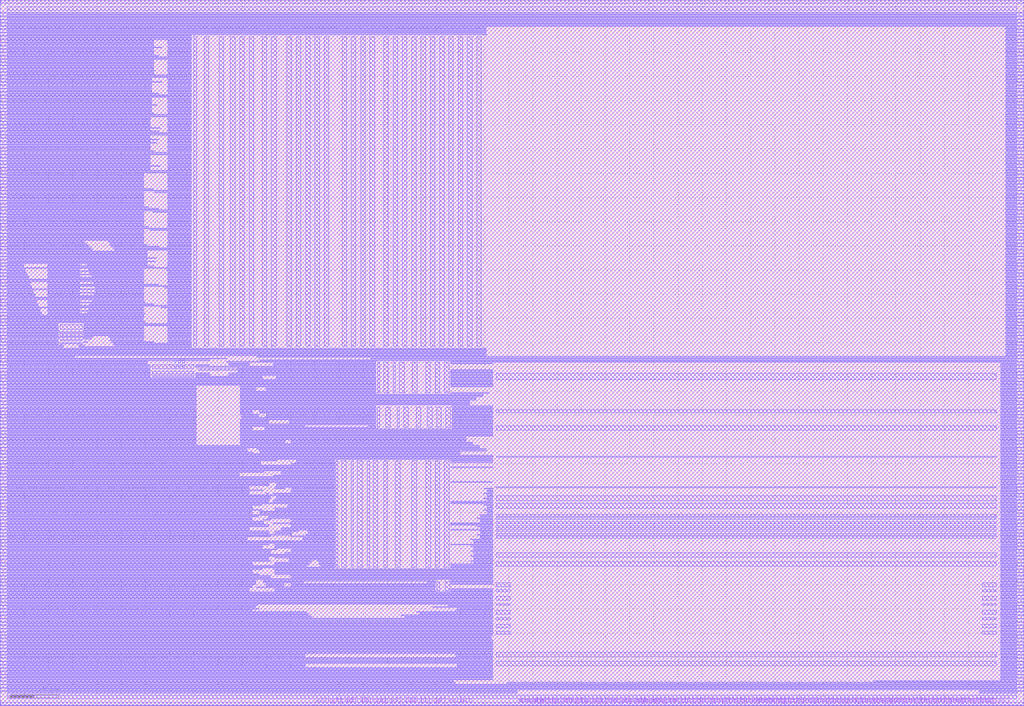
<source format=lef>
VERSION 5.8 ; 
BUSBITCHARS "[]" ; 
DIVIDERCHAR "/" ; 
MACRO sram22_256x32m4w8
    CLASS BLOCK  ;
    FOREIGN sram22_256x32m4w8   ;
    SIZE 422.880 BY 291.640 ;
    SYMMETRY X Y R90 ;
    PIN dout[0] 
        DIRECTION OUTPUT ; 
        ANTENNADIFFAREA 0.448000 LAYER met2 ;
        ANTENNAPARTIALMETALAREA 0.950300 LAYER met1 ;
        ANTENNAPARTIALMETALAREA 7.636400 LAYER met2 ;
        PORT 
            LAYER met1 ;
                RECT 214.630 0.000 214.770 0.140 ; 
        END 
    END dout[0] 
    PIN dout[1] 
        DIRECTION OUTPUT ; 
        ANTENNADIFFAREA 0.448000 LAYER met2 ;
        ANTENNAPARTIALMETALAREA 0.950300 LAYER met1 ;
        ANTENNAPARTIALMETALAREA 7.636400 LAYER met2 ;
        PORT 
            LAYER met1 ;
                RECT 220.730 0.000 220.870 0.140 ; 
        END 
    END dout[1] 
    PIN dout[2] 
        DIRECTION OUTPUT ; 
        ANTENNADIFFAREA 0.448000 LAYER met2 ;
        ANTENNAPARTIALMETALAREA 0.950300 LAYER met1 ;
        ANTENNAPARTIALMETALAREA 7.636400 LAYER met2 ;
        PORT 
            LAYER met1 ;
                RECT 226.830 0.000 226.970 0.140 ; 
        END 
    END dout[2] 
    PIN dout[3] 
        DIRECTION OUTPUT ; 
        ANTENNADIFFAREA 0.448000 LAYER met2 ;
        ANTENNAPARTIALMETALAREA 0.950300 LAYER met1 ;
        ANTENNAPARTIALMETALAREA 7.636400 LAYER met2 ;
        PORT 
            LAYER met1 ;
                RECT 232.930 0.000 233.070 0.140 ; 
        END 
    END dout[3] 
    PIN dout[4] 
        DIRECTION OUTPUT ; 
        ANTENNADIFFAREA 0.448000 LAYER met2 ;
        ANTENNAPARTIALMETALAREA 0.950300 LAYER met1 ;
        ANTENNAPARTIALMETALAREA 7.636400 LAYER met2 ;
        PORT 
            LAYER met1 ;
                RECT 239.030 0.000 239.170 0.140 ; 
        END 
    END dout[4] 
    PIN dout[5] 
        DIRECTION OUTPUT ; 
        ANTENNADIFFAREA 0.448000 LAYER met2 ;
        ANTENNAPARTIALMETALAREA 0.950300 LAYER met1 ;
        ANTENNAPARTIALMETALAREA 7.636400 LAYER met2 ;
        PORT 
            LAYER met1 ;
                RECT 245.130 0.000 245.270 0.140 ; 
        END 
    END dout[5] 
    PIN dout[6] 
        DIRECTION OUTPUT ; 
        ANTENNADIFFAREA 0.448000 LAYER met2 ;
        ANTENNAPARTIALMETALAREA 0.950300 LAYER met1 ;
        ANTENNAPARTIALMETALAREA 7.636400 LAYER met2 ;
        PORT 
            LAYER met1 ;
                RECT 251.230 0.000 251.370 0.140 ; 
        END 
    END dout[6] 
    PIN dout[7] 
        DIRECTION OUTPUT ; 
        ANTENNADIFFAREA 0.448000 LAYER met2 ;
        ANTENNAPARTIALMETALAREA 0.950300 LAYER met1 ;
        ANTENNAPARTIALMETALAREA 7.636400 LAYER met2 ;
        PORT 
            LAYER met1 ;
                RECT 257.330 0.000 257.470 0.140 ; 
        END 
    END dout[7] 
    PIN dout[8] 
        DIRECTION OUTPUT ; 
        ANTENNADIFFAREA 0.448000 LAYER met2 ;
        ANTENNAPARTIALMETALAREA 0.950300 LAYER met1 ;
        ANTENNAPARTIALMETALAREA 7.636400 LAYER met2 ;
        PORT 
            LAYER met1 ;
                RECT 263.430 0.000 263.570 0.140 ; 
        END 
    END dout[8] 
    PIN dout[9] 
        DIRECTION OUTPUT ; 
        ANTENNADIFFAREA 0.448000 LAYER met2 ;
        ANTENNAPARTIALMETALAREA 0.950300 LAYER met1 ;
        ANTENNAPARTIALMETALAREA 7.636400 LAYER met2 ;
        PORT 
            LAYER met1 ;
                RECT 269.530 0.000 269.670 0.140 ; 
        END 
    END dout[9] 
    PIN dout[10] 
        DIRECTION OUTPUT ; 
        ANTENNADIFFAREA 0.448000 LAYER met2 ;
        ANTENNAPARTIALMETALAREA 0.950300 LAYER met1 ;
        ANTENNAPARTIALMETALAREA 7.636400 LAYER met2 ;
        PORT 
            LAYER met1 ;
                RECT 275.630 0.000 275.770 0.140 ; 
        END 
    END dout[10] 
    PIN dout[11] 
        DIRECTION OUTPUT ; 
        ANTENNADIFFAREA 0.448000 LAYER met2 ;
        ANTENNAPARTIALMETALAREA 0.950300 LAYER met1 ;
        ANTENNAPARTIALMETALAREA 7.636400 LAYER met2 ;
        PORT 
            LAYER met1 ;
                RECT 281.730 0.000 281.870 0.140 ; 
        END 
    END dout[11] 
    PIN dout[12] 
        DIRECTION OUTPUT ; 
        ANTENNADIFFAREA 0.448000 LAYER met2 ;
        ANTENNAPARTIALMETALAREA 0.950300 LAYER met1 ;
        ANTENNAPARTIALMETALAREA 7.636400 LAYER met2 ;
        PORT 
            LAYER met1 ;
                RECT 287.830 0.000 287.970 0.140 ; 
        END 
    END dout[12] 
    PIN dout[13] 
        DIRECTION OUTPUT ; 
        ANTENNADIFFAREA 0.448000 LAYER met2 ;
        ANTENNAPARTIALMETALAREA 0.950300 LAYER met1 ;
        ANTENNAPARTIALMETALAREA 7.636400 LAYER met2 ;
        PORT 
            LAYER met1 ;
                RECT 293.930 0.000 294.070 0.140 ; 
        END 
    END dout[13] 
    PIN dout[14] 
        DIRECTION OUTPUT ; 
        ANTENNADIFFAREA 0.448000 LAYER met2 ;
        ANTENNAPARTIALMETALAREA 0.950300 LAYER met1 ;
        ANTENNAPARTIALMETALAREA 7.636400 LAYER met2 ;
        PORT 
            LAYER met1 ;
                RECT 300.030 0.000 300.170 0.140 ; 
        END 
    END dout[14] 
    PIN dout[15] 
        DIRECTION OUTPUT ; 
        ANTENNADIFFAREA 0.448000 LAYER met2 ;
        ANTENNAPARTIALMETALAREA 0.950300 LAYER met1 ;
        ANTENNAPARTIALMETALAREA 7.636400 LAYER met2 ;
        PORT 
            LAYER met1 ;
                RECT 306.130 0.000 306.270 0.140 ; 
        END 
    END dout[15] 
    PIN dout[16] 
        DIRECTION OUTPUT ; 
        ANTENNADIFFAREA 0.448000 LAYER met2 ;
        ANTENNAPARTIALMETALAREA 0.950300 LAYER met1 ;
        ANTENNAPARTIALMETALAREA 7.636400 LAYER met2 ;
        PORT 
            LAYER met1 ;
                RECT 312.230 0.000 312.370 0.140 ; 
        END 
    END dout[16] 
    PIN dout[17] 
        DIRECTION OUTPUT ; 
        ANTENNADIFFAREA 0.448000 LAYER met2 ;
        ANTENNAPARTIALMETALAREA 0.950300 LAYER met1 ;
        ANTENNAPARTIALMETALAREA 7.636400 LAYER met2 ;
        PORT 
            LAYER met1 ;
                RECT 318.330 0.000 318.470 0.140 ; 
        END 
    END dout[17] 
    PIN dout[18] 
        DIRECTION OUTPUT ; 
        ANTENNADIFFAREA 0.448000 LAYER met2 ;
        ANTENNAPARTIALMETALAREA 0.950300 LAYER met1 ;
        ANTENNAPARTIALMETALAREA 7.636400 LAYER met2 ;
        PORT 
            LAYER met1 ;
                RECT 324.430 0.000 324.570 0.140 ; 
        END 
    END dout[18] 
    PIN dout[19] 
        DIRECTION OUTPUT ; 
        ANTENNADIFFAREA 0.448000 LAYER met2 ;
        ANTENNAPARTIALMETALAREA 0.950300 LAYER met1 ;
        ANTENNAPARTIALMETALAREA 7.636400 LAYER met2 ;
        PORT 
            LAYER met1 ;
                RECT 330.530 0.000 330.670 0.140 ; 
        END 
    END dout[19] 
    PIN dout[20] 
        DIRECTION OUTPUT ; 
        ANTENNADIFFAREA 0.448000 LAYER met2 ;
        ANTENNAPARTIALMETALAREA 0.950300 LAYER met1 ;
        ANTENNAPARTIALMETALAREA 7.636400 LAYER met2 ;
        PORT 
            LAYER met1 ;
                RECT 336.630 0.000 336.770 0.140 ; 
        END 
    END dout[20] 
    PIN dout[21] 
        DIRECTION OUTPUT ; 
        ANTENNADIFFAREA 0.448000 LAYER met2 ;
        ANTENNAPARTIALMETALAREA 0.950300 LAYER met1 ;
        ANTENNAPARTIALMETALAREA 7.636400 LAYER met2 ;
        PORT 
            LAYER met1 ;
                RECT 342.730 0.000 342.870 0.140 ; 
        END 
    END dout[21] 
    PIN dout[22] 
        DIRECTION OUTPUT ; 
        ANTENNADIFFAREA 0.448000 LAYER met2 ;
        ANTENNAPARTIALMETALAREA 0.950300 LAYER met1 ;
        ANTENNAPARTIALMETALAREA 7.636400 LAYER met2 ;
        PORT 
            LAYER met1 ;
                RECT 348.830 0.000 348.970 0.140 ; 
        END 
    END dout[22] 
    PIN dout[23] 
        DIRECTION OUTPUT ; 
        ANTENNADIFFAREA 0.448000 LAYER met2 ;
        ANTENNAPARTIALMETALAREA 0.950300 LAYER met1 ;
        ANTENNAPARTIALMETALAREA 7.636400 LAYER met2 ;
        PORT 
            LAYER met1 ;
                RECT 354.930 0.000 355.070 0.140 ; 
        END 
    END dout[23] 
    PIN dout[24] 
        DIRECTION OUTPUT ; 
        ANTENNADIFFAREA 0.448000 LAYER met2 ;
        ANTENNAPARTIALMETALAREA 0.950300 LAYER met1 ;
        ANTENNAPARTIALMETALAREA 7.636400 LAYER met2 ;
        PORT 
            LAYER met1 ;
                RECT 361.030 0.000 361.170 0.140 ; 
        END 
    END dout[24] 
    PIN dout[25] 
        DIRECTION OUTPUT ; 
        ANTENNADIFFAREA 0.448000 LAYER met2 ;
        ANTENNAPARTIALMETALAREA 0.950300 LAYER met1 ;
        ANTENNAPARTIALMETALAREA 7.636400 LAYER met2 ;
        PORT 
            LAYER met1 ;
                RECT 367.130 0.000 367.270 0.140 ; 
        END 
    END dout[25] 
    PIN dout[26] 
        DIRECTION OUTPUT ; 
        ANTENNADIFFAREA 0.448000 LAYER met2 ;
        ANTENNAPARTIALMETALAREA 0.950300 LAYER met1 ;
        ANTENNAPARTIALMETALAREA 7.636400 LAYER met2 ;
        PORT 
            LAYER met1 ;
                RECT 373.230 0.000 373.370 0.140 ; 
        END 
    END dout[26] 
    PIN dout[27] 
        DIRECTION OUTPUT ; 
        ANTENNADIFFAREA 0.448000 LAYER met2 ;
        ANTENNAPARTIALMETALAREA 0.950300 LAYER met1 ;
        ANTENNAPARTIALMETALAREA 7.636400 LAYER met2 ;
        PORT 
            LAYER met1 ;
                RECT 379.330 0.000 379.470 0.140 ; 
        END 
    END dout[27] 
    PIN dout[28] 
        DIRECTION OUTPUT ; 
        ANTENNADIFFAREA 0.448000 LAYER met2 ;
        ANTENNAPARTIALMETALAREA 0.950300 LAYER met1 ;
        ANTENNAPARTIALMETALAREA 7.636400 LAYER met2 ;
        PORT 
            LAYER met1 ;
                RECT 385.430 0.000 385.570 0.140 ; 
        END 
    END dout[28] 
    PIN dout[29] 
        DIRECTION OUTPUT ; 
        ANTENNADIFFAREA 0.448000 LAYER met2 ;
        ANTENNAPARTIALMETALAREA 0.950300 LAYER met1 ;
        ANTENNAPARTIALMETALAREA 7.636400 LAYER met2 ;
        PORT 
            LAYER met1 ;
                RECT 391.530 0.000 391.670 0.140 ; 
        END 
    END dout[29] 
    PIN dout[30] 
        DIRECTION OUTPUT ; 
        ANTENNADIFFAREA 0.448000 LAYER met2 ;
        ANTENNAPARTIALMETALAREA 0.950300 LAYER met1 ;
        ANTENNAPARTIALMETALAREA 7.636400 LAYER met2 ;
        PORT 
            LAYER met1 ;
                RECT 397.630 0.000 397.770 0.140 ; 
        END 
    END dout[30] 
    PIN dout[31] 
        DIRECTION OUTPUT ; 
        ANTENNADIFFAREA 0.448000 LAYER met2 ;
        ANTENNAPARTIALMETALAREA 0.950300 LAYER met1 ;
        ANTENNAPARTIALMETALAREA 7.636400 LAYER met2 ;
        PORT 
            LAYER met1 ;
                RECT 403.730 0.000 403.870 0.140 ; 
        END 
    END dout[31] 
    PIN din[0] 
        DIRECTION INPUT ; 
        ANTENNAGATEAREA 0.126000 LAYER met2 ;
        ANTENNAPARTIALMETALAREA 3.838500 LAYER met1 ;
        ANTENNAPARTIALMETALAREA 7.358000 LAYER met2 ;
        PORT 
            LAYER met1 ;
                RECT 214.210 0.000 214.350 0.140 ; 
        END 
    END din[0] 
    PIN din[1] 
        DIRECTION INPUT ; 
        ANTENNAGATEAREA 0.126000 LAYER met2 ;
        ANTENNAPARTIALMETALAREA 3.838500 LAYER met1 ;
        ANTENNAPARTIALMETALAREA 7.358000 LAYER met2 ;
        PORT 
            LAYER met1 ;
                RECT 220.310 0.000 220.450 0.140 ; 
        END 
    END din[1] 
    PIN din[2] 
        DIRECTION INPUT ; 
        ANTENNAGATEAREA 0.126000 LAYER met2 ;
        ANTENNAPARTIALMETALAREA 3.838500 LAYER met1 ;
        ANTENNAPARTIALMETALAREA 7.358000 LAYER met2 ;
        PORT 
            LAYER met1 ;
                RECT 226.410 0.000 226.550 0.140 ; 
        END 
    END din[2] 
    PIN din[3] 
        DIRECTION INPUT ; 
        ANTENNAGATEAREA 0.126000 LAYER met2 ;
        ANTENNAPARTIALMETALAREA 3.838500 LAYER met1 ;
        ANTENNAPARTIALMETALAREA 7.358000 LAYER met2 ;
        PORT 
            LAYER met1 ;
                RECT 232.510 0.000 232.650 0.140 ; 
        END 
    END din[3] 
    PIN din[4] 
        DIRECTION INPUT ; 
        ANTENNAGATEAREA 0.126000 LAYER met2 ;
        ANTENNAPARTIALMETALAREA 3.838500 LAYER met1 ;
        ANTENNAPARTIALMETALAREA 7.358000 LAYER met2 ;
        PORT 
            LAYER met1 ;
                RECT 238.610 0.000 238.750 0.140 ; 
        END 
    END din[4] 
    PIN din[5] 
        DIRECTION INPUT ; 
        ANTENNAGATEAREA 0.126000 LAYER met2 ;
        ANTENNAPARTIALMETALAREA 3.838500 LAYER met1 ;
        ANTENNAPARTIALMETALAREA 7.358000 LAYER met2 ;
        PORT 
            LAYER met1 ;
                RECT 244.710 0.000 244.850 0.140 ; 
        END 
    END din[5] 
    PIN din[6] 
        DIRECTION INPUT ; 
        ANTENNAGATEAREA 0.126000 LAYER met2 ;
        ANTENNAPARTIALMETALAREA 3.838500 LAYER met1 ;
        ANTENNAPARTIALMETALAREA 7.358000 LAYER met2 ;
        PORT 
            LAYER met1 ;
                RECT 250.810 0.000 250.950 0.140 ; 
        END 
    END din[6] 
    PIN din[7] 
        DIRECTION INPUT ; 
        ANTENNAGATEAREA 0.126000 LAYER met2 ;
        ANTENNAPARTIALMETALAREA 3.838500 LAYER met1 ;
        ANTENNAPARTIALMETALAREA 7.358000 LAYER met2 ;
        PORT 
            LAYER met1 ;
                RECT 256.910 0.000 257.050 0.140 ; 
        END 
    END din[7] 
    PIN din[8] 
        DIRECTION INPUT ; 
        ANTENNAGATEAREA 0.126000 LAYER met2 ;
        ANTENNAPARTIALMETALAREA 3.838500 LAYER met1 ;
        ANTENNAPARTIALMETALAREA 7.358000 LAYER met2 ;
        PORT 
            LAYER met1 ;
                RECT 263.010 0.000 263.150 0.140 ; 
        END 
    END din[8] 
    PIN din[9] 
        DIRECTION INPUT ; 
        ANTENNAGATEAREA 0.126000 LAYER met2 ;
        ANTENNAPARTIALMETALAREA 3.838500 LAYER met1 ;
        ANTENNAPARTIALMETALAREA 7.358000 LAYER met2 ;
        PORT 
            LAYER met1 ;
                RECT 269.110 0.000 269.250 0.140 ; 
        END 
    END din[9] 
    PIN din[10] 
        DIRECTION INPUT ; 
        ANTENNAGATEAREA 0.126000 LAYER met2 ;
        ANTENNAPARTIALMETALAREA 3.838500 LAYER met1 ;
        ANTENNAPARTIALMETALAREA 7.358000 LAYER met2 ;
        PORT 
            LAYER met1 ;
                RECT 275.210 0.000 275.350 0.140 ; 
        END 
    END din[10] 
    PIN din[11] 
        DIRECTION INPUT ; 
        ANTENNAGATEAREA 0.126000 LAYER met2 ;
        ANTENNAPARTIALMETALAREA 3.838500 LAYER met1 ;
        ANTENNAPARTIALMETALAREA 7.358000 LAYER met2 ;
        PORT 
            LAYER met1 ;
                RECT 281.310 0.000 281.450 0.140 ; 
        END 
    END din[11] 
    PIN din[12] 
        DIRECTION INPUT ; 
        ANTENNAGATEAREA 0.126000 LAYER met2 ;
        ANTENNAPARTIALMETALAREA 3.838500 LAYER met1 ;
        ANTENNAPARTIALMETALAREA 7.358000 LAYER met2 ;
        PORT 
            LAYER met1 ;
                RECT 287.410 0.000 287.550 0.140 ; 
        END 
    END din[12] 
    PIN din[13] 
        DIRECTION INPUT ; 
        ANTENNAGATEAREA 0.126000 LAYER met2 ;
        ANTENNAPARTIALMETALAREA 3.838500 LAYER met1 ;
        ANTENNAPARTIALMETALAREA 7.358000 LAYER met2 ;
        PORT 
            LAYER met1 ;
                RECT 293.510 0.000 293.650 0.140 ; 
        END 
    END din[13] 
    PIN din[14] 
        DIRECTION INPUT ; 
        ANTENNAGATEAREA 0.126000 LAYER met2 ;
        ANTENNAPARTIALMETALAREA 3.838500 LAYER met1 ;
        ANTENNAPARTIALMETALAREA 7.358000 LAYER met2 ;
        PORT 
            LAYER met1 ;
                RECT 299.610 0.000 299.750 0.140 ; 
        END 
    END din[14] 
    PIN din[15] 
        DIRECTION INPUT ; 
        ANTENNAGATEAREA 0.126000 LAYER met2 ;
        ANTENNAPARTIALMETALAREA 3.838500 LAYER met1 ;
        ANTENNAPARTIALMETALAREA 7.358000 LAYER met2 ;
        PORT 
            LAYER met1 ;
                RECT 305.710 0.000 305.850 0.140 ; 
        END 
    END din[15] 
    PIN din[16] 
        DIRECTION INPUT ; 
        ANTENNAGATEAREA 0.126000 LAYER met2 ;
        ANTENNAPARTIALMETALAREA 3.838500 LAYER met1 ;
        ANTENNAPARTIALMETALAREA 7.358000 LAYER met2 ;
        PORT 
            LAYER met1 ;
                RECT 311.810 0.000 311.950 0.140 ; 
        END 
    END din[16] 
    PIN din[17] 
        DIRECTION INPUT ; 
        ANTENNAGATEAREA 0.126000 LAYER met2 ;
        ANTENNAPARTIALMETALAREA 3.838500 LAYER met1 ;
        ANTENNAPARTIALMETALAREA 7.358000 LAYER met2 ;
        PORT 
            LAYER met1 ;
                RECT 317.910 0.000 318.050 0.140 ; 
        END 
    END din[17] 
    PIN din[18] 
        DIRECTION INPUT ; 
        ANTENNAGATEAREA 0.126000 LAYER met2 ;
        ANTENNAPARTIALMETALAREA 3.838500 LAYER met1 ;
        ANTENNAPARTIALMETALAREA 7.358000 LAYER met2 ;
        PORT 
            LAYER met1 ;
                RECT 324.010 0.000 324.150 0.140 ; 
        END 
    END din[18] 
    PIN din[19] 
        DIRECTION INPUT ; 
        ANTENNAGATEAREA 0.126000 LAYER met2 ;
        ANTENNAPARTIALMETALAREA 3.838500 LAYER met1 ;
        ANTENNAPARTIALMETALAREA 7.358000 LAYER met2 ;
        PORT 
            LAYER met1 ;
                RECT 330.110 0.000 330.250 0.140 ; 
        END 
    END din[19] 
    PIN din[20] 
        DIRECTION INPUT ; 
        ANTENNAGATEAREA 0.126000 LAYER met2 ;
        ANTENNAPARTIALMETALAREA 3.838500 LAYER met1 ;
        ANTENNAPARTIALMETALAREA 7.358000 LAYER met2 ;
        PORT 
            LAYER met1 ;
                RECT 336.210 0.000 336.350 0.140 ; 
        END 
    END din[20] 
    PIN din[21] 
        DIRECTION INPUT ; 
        ANTENNAGATEAREA 0.126000 LAYER met2 ;
        ANTENNAPARTIALMETALAREA 3.838500 LAYER met1 ;
        ANTENNAPARTIALMETALAREA 7.358000 LAYER met2 ;
        PORT 
            LAYER met1 ;
                RECT 342.310 0.000 342.450 0.140 ; 
        END 
    END din[21] 
    PIN din[22] 
        DIRECTION INPUT ; 
        ANTENNAGATEAREA 0.126000 LAYER met2 ;
        ANTENNAPARTIALMETALAREA 3.838500 LAYER met1 ;
        ANTENNAPARTIALMETALAREA 7.358000 LAYER met2 ;
        PORT 
            LAYER met1 ;
                RECT 348.410 0.000 348.550 0.140 ; 
        END 
    END din[22] 
    PIN din[23] 
        DIRECTION INPUT ; 
        ANTENNAGATEAREA 0.126000 LAYER met2 ;
        ANTENNAPARTIALMETALAREA 3.838500 LAYER met1 ;
        ANTENNAPARTIALMETALAREA 7.358000 LAYER met2 ;
        PORT 
            LAYER met1 ;
                RECT 354.510 0.000 354.650 0.140 ; 
        END 
    END din[23] 
    PIN din[24] 
        DIRECTION INPUT ; 
        ANTENNAGATEAREA 0.126000 LAYER met2 ;
        ANTENNAPARTIALMETALAREA 3.838500 LAYER met1 ;
        ANTENNAPARTIALMETALAREA 7.358000 LAYER met2 ;
        PORT 
            LAYER met1 ;
                RECT 360.610 0.000 360.750 0.140 ; 
        END 
    END din[24] 
    PIN din[25] 
        DIRECTION INPUT ; 
        ANTENNAGATEAREA 0.126000 LAYER met2 ;
        ANTENNAPARTIALMETALAREA 3.838500 LAYER met1 ;
        ANTENNAPARTIALMETALAREA 7.358000 LAYER met2 ;
        PORT 
            LAYER met1 ;
                RECT 366.710 0.000 366.850 0.140 ; 
        END 
    END din[25] 
    PIN din[26] 
        DIRECTION INPUT ; 
        ANTENNAGATEAREA 0.126000 LAYER met2 ;
        ANTENNAPARTIALMETALAREA 3.838500 LAYER met1 ;
        ANTENNAPARTIALMETALAREA 7.358000 LAYER met2 ;
        PORT 
            LAYER met1 ;
                RECT 372.810 0.000 372.950 0.140 ; 
        END 
    END din[26] 
    PIN din[27] 
        DIRECTION INPUT ; 
        ANTENNAGATEAREA 0.126000 LAYER met2 ;
        ANTENNAPARTIALMETALAREA 3.838500 LAYER met1 ;
        ANTENNAPARTIALMETALAREA 7.358000 LAYER met2 ;
        PORT 
            LAYER met1 ;
                RECT 378.910 0.000 379.050 0.140 ; 
        END 
    END din[27] 
    PIN din[28] 
        DIRECTION INPUT ; 
        ANTENNAGATEAREA 0.126000 LAYER met2 ;
        ANTENNAPARTIALMETALAREA 3.838500 LAYER met1 ;
        ANTENNAPARTIALMETALAREA 7.358000 LAYER met2 ;
        PORT 
            LAYER met1 ;
                RECT 385.010 0.000 385.150 0.140 ; 
        END 
    END din[28] 
    PIN din[29] 
        DIRECTION INPUT ; 
        ANTENNAGATEAREA 0.126000 LAYER met2 ;
        ANTENNAPARTIALMETALAREA 3.838500 LAYER met1 ;
        ANTENNAPARTIALMETALAREA 7.358000 LAYER met2 ;
        PORT 
            LAYER met1 ;
                RECT 391.110 0.000 391.250 0.140 ; 
        END 
    END din[29] 
    PIN din[30] 
        DIRECTION INPUT ; 
        ANTENNAGATEAREA 0.126000 LAYER met2 ;
        ANTENNAPARTIALMETALAREA 3.838500 LAYER met1 ;
        ANTENNAPARTIALMETALAREA 7.358000 LAYER met2 ;
        PORT 
            LAYER met1 ;
                RECT 397.210 0.000 397.350 0.140 ; 
        END 
    END din[30] 
    PIN din[31] 
        DIRECTION INPUT ; 
        ANTENNAGATEAREA 0.126000 LAYER met2 ;
        ANTENNAPARTIALMETALAREA 3.838500 LAYER met1 ;
        ANTENNAPARTIALMETALAREA 7.358000 LAYER met2 ;
        PORT 
            LAYER met1 ;
                RECT 403.310 0.000 403.450 0.140 ; 
        END 
    END din[31] 
    PIN wmask[0] 
        DIRECTION INPUT ; 
        ANTENNAGATEAREA 0.126000 LAYER met2 ;
        ANTENNAPARTIALMETALAREA 1.648900 LAYER met1 ;
        ANTENNAPARTIALMETALAREA 0.278400 LAYER met2 ;
        PORT 
            LAYER met1 ;
                RECT 213.860 0.000 214.000 0.140 ; 
        END 
    END wmask[0] 
    PIN wmask[1] 
        DIRECTION INPUT ; 
        ANTENNAGATEAREA 0.126000 LAYER met2 ;
        ANTENNAPARTIALMETALAREA 1.648900 LAYER met1 ;
        ANTENNAPARTIALMETALAREA 0.278400 LAYER met2 ;
        PORT 
            LAYER met1 ;
                RECT 262.660 0.000 262.800 0.140 ; 
        END 
    END wmask[1] 
    PIN wmask[2] 
        DIRECTION INPUT ; 
        ANTENNAGATEAREA 0.126000 LAYER met2 ;
        ANTENNAPARTIALMETALAREA 1.648900 LAYER met1 ;
        ANTENNAPARTIALMETALAREA 0.278400 LAYER met2 ;
        PORT 
            LAYER met1 ;
                RECT 311.460 0.000 311.600 0.140 ; 
        END 
    END wmask[2] 
    PIN wmask[3] 
        DIRECTION INPUT ; 
        ANTENNAGATEAREA 0.126000 LAYER met2 ;
        ANTENNAPARTIALMETALAREA 1.648900 LAYER met1 ;
        ANTENNAPARTIALMETALAREA 0.278400 LAYER met2 ;
        PORT 
            LAYER met1 ;
                RECT 360.260 0.000 360.400 0.140 ; 
        END 
    END wmask[3] 
    PIN addr[0] 
        DIRECTION INPUT ; 
        ANTENNAGATEAREA 0.126000 LAYER met1 ;
        ANTENNAPARTIALMETALAREA 4.725500 LAYER met1 ;
        PORT 
            LAYER met1 ;
                RECT 172.520 0.000 172.840 0.320 ; 
        END 
    END addr[0] 
    PIN addr[1] 
        DIRECTION INPUT ; 
        ANTENNAGATEAREA 0.126000 LAYER met1 ;
        ANTENNAPARTIALMETALAREA 4.725500 LAYER met1 ;
        PORT 
            LAYER met1 ;
                RECT 166.400 0.000 166.720 0.320 ; 
        END 
    END addr[1] 
    PIN addr[2] 
        DIRECTION INPUT ; 
        ANTENNAGATEAREA 0.126000 LAYER met1 ;
        ANTENNAPARTIALMETALAREA 4.725500 LAYER met1 ;
        PORT 
            LAYER met1 ;
                RECT 160.280 0.000 160.600 0.320 ; 
        END 
    END addr[2] 
    PIN addr[3] 
        DIRECTION INPUT ; 
        ANTENNAGATEAREA 0.126000 LAYER met1 ;
        ANTENNAPARTIALMETALAREA 4.725500 LAYER met1 ;
        PORT 
            LAYER met1 ;
                RECT 154.160 0.000 154.480 0.320 ; 
        END 
    END addr[3] 
    PIN addr[4] 
        DIRECTION INPUT ; 
        ANTENNAGATEAREA 0.126000 LAYER met1 ;
        ANTENNAPARTIALMETALAREA 4.725500 LAYER met1 ;
        PORT 
            LAYER met1 ;
                RECT 148.040 0.000 148.360 0.320 ; 
        END 
    END addr[4] 
    PIN addr[5] 
        DIRECTION INPUT ; 
        ANTENNAGATEAREA 0.126000 LAYER met1 ;
        ANTENNAPARTIALMETALAREA 4.725500 LAYER met1 ;
        PORT 
            LAYER met1 ;
                RECT 141.920 0.000 142.240 0.320 ; 
        END 
    END addr[5] 
    PIN addr[6] 
        DIRECTION INPUT ; 
        ANTENNAGATEAREA 0.126000 LAYER met1 ;
        ANTENNAPARTIALMETALAREA 4.725500 LAYER met1 ;
        PORT 
            LAYER met1 ;
                RECT 135.800 0.000 136.120 0.320 ; 
        END 
    END addr[6] 
    PIN addr[7] 
        DIRECTION INPUT ; 
        ANTENNAGATEAREA 0.126000 LAYER met1 ;
        ANTENNAPARTIALMETALAREA 4.725500 LAYER met1 ;
        PORT 
            LAYER met1 ;
                RECT 129.680 0.000 130.000 0.320 ; 
        END 
    END addr[7] 
    PIN we 
        DIRECTION INPUT ; 
        ANTENNAGATEAREA 0.126000 LAYER met1 ;
        ANTENNAPARTIALMETALAREA 4.725500 LAYER met1 ;
        PORT 
            LAYER met1 ;
                RECT 184.760 0.000 185.080 0.320 ; 
        END 
    END we 
    PIN ce 
        DIRECTION INPUT ; 
        ANTENNAGATEAREA 0.126000 LAYER met1 ;
        ANTENNAPARTIALMETALAREA 4.725500 LAYER met1 ;
        PORT 
            LAYER met1 ;
                RECT 178.640 0.000 178.960 0.320 ; 
        END 
    END ce 
    PIN clk 
        DIRECTION INPUT ; 
        ANTENNAGATEAREA 22.320000 LAYER met2 ;
        PORT 
            LAYER met1 ;
                RECT 187.480 0.000 187.800 0.320 ; 
        END 
    END clk 
    PIN rstb 
        DIRECTION INPUT ; 
        ANTENNAGATEAREA 26.226000 LAYER met2 ;
        PORT 
            LAYER met1 ;
                RECT 188.160 0.000 188.480 0.320 ; 
        END 
    END rstb 
    PIN vdd 
        DIRECTION INOUT ; 
        USE POWER ; 
        PORT 
            LAYER met2 ;
                RECT 0.160 5.920 213.640 6.240 ; 
                RECT 404.400 5.920 422.720 6.240 ; 
                RECT 0.160 7.280 422.720 7.600 ; 
                RECT 0.160 8.640 422.720 8.960 ; 
                RECT 0.160 10.000 187.120 10.320 ; 
                RECT 360.880 10.000 422.720 10.320 ; 
                RECT 0.160 11.360 203.440 11.680 ; 
                RECT 413.240 11.360 422.720 11.680 ; 
                RECT 0.160 12.720 203.440 13.040 ; 
                RECT 413.240 12.720 422.720 13.040 ; 
                RECT 0.160 14.080 203.440 14.400 ; 
                RECT 413.240 14.080 422.720 14.400 ; 
                RECT 0.160 15.440 203.440 15.760 ; 
                RECT 413.240 15.440 422.720 15.760 ; 
                RECT 0.160 16.800 125.920 17.120 ; 
                RECT 188.840 16.800 203.440 17.120 ; 
                RECT 413.240 16.800 422.720 17.120 ; 
                RECT 0.160 18.160 203.440 18.480 ; 
                RECT 413.240 18.160 422.720 18.480 ; 
                RECT 0.160 19.520 203.440 19.840 ; 
                RECT 413.240 19.520 422.720 19.840 ; 
                RECT 0.160 20.880 125.920 21.200 ; 
                RECT 188.160 20.880 203.440 21.200 ; 
                RECT 413.240 20.880 422.720 21.200 ; 
                RECT 0.160 22.240 203.440 22.560 ; 
                RECT 413.240 22.240 422.720 22.560 ; 
                RECT 0.160 23.600 203.440 23.920 ; 
                RECT 413.240 23.600 422.720 23.920 ; 
                RECT 0.160 24.960 203.440 25.280 ; 
                RECT 413.240 24.960 422.720 25.280 ; 
                RECT 0.160 26.320 203.440 26.640 ; 
                RECT 413.240 26.320 422.720 26.640 ; 
                RECT 0.160 27.680 202.760 28.000 ; 
                RECT 413.240 27.680 422.720 28.000 ; 
                RECT 0.160 29.040 203.440 29.360 ; 
                RECT 413.240 29.040 422.720 29.360 ; 
                RECT 0.160 30.400 203.440 30.720 ; 
                RECT 413.240 30.400 422.720 30.720 ; 
                RECT 0.160 31.760 203.440 32.080 ; 
                RECT 413.240 31.760 422.720 32.080 ; 
                RECT 0.160 33.120 203.440 33.440 ; 
                RECT 413.240 33.120 422.720 33.440 ; 
                RECT 0.160 34.480 203.440 34.800 ; 
                RECT 413.240 34.480 422.720 34.800 ; 
                RECT 0.160 35.840 203.440 36.160 ; 
                RECT 413.240 35.840 422.720 36.160 ; 
                RECT 0.160 37.200 127.960 37.520 ; 
                RECT 165.720 37.200 203.440 37.520 ; 
                RECT 413.240 37.200 422.720 37.520 ; 
                RECT 0.160 38.560 126.600 38.880 ; 
                RECT 171.840 38.560 203.440 38.880 ; 
                RECT 413.240 38.560 422.720 38.880 ; 
                RECT 0.160 39.920 106.880 40.240 ; 
                RECT 188.840 39.920 203.440 40.240 ; 
                RECT 413.240 39.920 422.720 40.240 ; 
                RECT 0.160 41.280 106.200 41.600 ; 
                RECT 184.760 41.280 203.440 41.600 ; 
                RECT 413.240 41.280 422.720 41.600 ; 
                RECT 0.160 42.640 203.440 42.960 ; 
                RECT 413.240 42.640 422.720 42.960 ; 
                RECT 0.160 44.000 203.440 44.320 ; 
                RECT 413.240 44.000 422.720 44.320 ; 
                RECT 0.160 45.360 203.440 45.680 ; 
                RECT 413.240 45.360 422.720 45.680 ; 
                RECT 0.160 46.720 203.440 47.040 ; 
                RECT 413.240 46.720 422.720 47.040 ; 
                RECT 0.160 48.080 102.800 48.400 ; 
                RECT 113.360 48.080 179.640 48.400 ; 
                RECT 186.120 48.080 203.440 48.400 ; 
                RECT 413.240 48.080 422.720 48.400 ; 
                RECT 0.160 49.440 104.160 49.760 ; 
                RECT 109.960 49.440 117.080 49.760 ; 
                RECT 120.160 49.440 179.640 49.760 ; 
                RECT 413.240 49.440 422.720 49.760 ; 
                RECT 0.160 50.800 105.520 51.120 ; 
                RECT 108.600 50.800 125.240 51.120 ; 
                RECT 176.600 50.800 179.640 51.120 ; 
                RECT 186.120 50.800 203.440 51.120 ; 
                RECT 413.240 50.800 422.720 51.120 ; 
                RECT 0.160 52.160 203.440 52.480 ; 
                RECT 413.240 52.160 422.720 52.480 ; 
                RECT 0.160 53.520 111.640 53.840 ; 
                RECT 120.160 53.520 203.440 53.840 ; 
                RECT 413.240 53.520 422.720 53.840 ; 
                RECT 0.160 54.880 104.160 55.200 ; 
                RECT 113.360 54.880 203.440 55.200 ; 
                RECT 413.240 54.880 422.720 55.200 ; 
                RECT 0.160 56.240 108.240 56.560 ; 
                RECT 112.680 56.240 203.440 56.560 ; 
                RECT 413.240 56.240 422.720 56.560 ; 
                RECT 0.160 57.600 126.600 57.920 ; 
                RECT 132.400 57.600 138.160 57.920 ; 
                RECT 186.120 57.600 203.440 57.920 ; 
                RECT 413.240 57.600 422.720 57.920 ; 
                RECT 0.160 58.960 104.160 59.280 ; 
                RECT 113.360 58.960 127.960 59.280 ; 
                RECT 131.720 58.960 138.160 59.280 ; 
                RECT 195.640 58.960 203.440 59.280 ; 
                RECT 413.240 58.960 422.720 59.280 ; 
                RECT 0.160 60.320 110.960 60.640 ; 
                RECT 119.480 60.320 138.160 60.640 ; 
                RECT 195.640 60.320 203.440 60.640 ; 
                RECT 413.240 60.320 422.720 60.640 ; 
                RECT 0.160 61.680 138.160 62.000 ; 
                RECT 194.280 61.680 203.440 62.000 ; 
                RECT 413.240 61.680 422.720 62.000 ; 
                RECT 0.160 63.040 111.640 63.360 ; 
                RECT 117.440 63.040 138.160 63.360 ; 
                RECT 195.640 63.040 203.440 63.360 ; 
                RECT 413.240 63.040 422.720 63.360 ; 
                RECT 0.160 64.400 114.360 64.720 ; 
                RECT 120.160 64.400 138.160 64.720 ; 
                RECT 195.640 64.400 203.440 64.720 ; 
                RECT 413.240 64.400 422.720 64.720 ; 
                RECT 0.160 65.760 108.240 66.080 ; 
                RECT 113.360 65.760 138.160 66.080 ; 
                RECT 194.280 65.760 203.440 66.080 ; 
                RECT 413.240 65.760 422.720 66.080 ; 
                RECT 0.160 67.120 138.160 67.440 ; 
                RECT 195.640 67.120 203.440 67.440 ; 
                RECT 413.240 67.120 422.720 67.440 ; 
                RECT 0.160 68.480 102.120 68.800 ; 
                RECT 124.920 68.480 138.160 68.800 ; 
                RECT 194.280 68.480 203.440 68.800 ; 
                RECT 413.240 68.480 422.720 68.800 ; 
                RECT 0.160 69.840 111.640 70.160 ; 
                RECT 120.160 69.840 138.160 70.160 ; 
                RECT 198.360 69.840 203.440 70.160 ; 
                RECT 413.240 69.840 422.720 70.160 ; 
                RECT 0.160 71.200 110.960 71.520 ; 
                RECT 113.360 71.200 120.480 71.520 ; 
                RECT 126.960 71.200 138.160 71.520 ; 
                RECT 198.360 71.200 203.440 71.520 ; 
                RECT 413.240 71.200 422.720 71.520 ; 
                RECT 0.160 72.560 102.800 72.880 ; 
                RECT 116.080 72.560 138.160 72.880 ; 
                RECT 186.120 72.560 203.440 72.880 ; 
                RECT 413.240 72.560 422.720 72.880 ; 
                RECT 0.160 73.920 110.960 74.240 ; 
                RECT 120.160 73.920 138.160 74.240 ; 
                RECT 197.000 73.920 203.440 74.240 ; 
                RECT 413.240 73.920 422.720 74.240 ; 
                RECT 0.160 75.280 108.920 75.600 ; 
                RECT 112.680 75.280 138.160 75.600 ; 
                RECT 186.120 75.280 203.440 75.600 ; 
                RECT 413.240 75.280 422.720 75.600 ; 
                RECT 0.160 76.640 104.160 76.960 ; 
                RECT 108.600 76.640 111.640 76.960 ; 
                RECT 120.160 76.640 138.160 76.960 ; 
                RECT 198.360 76.640 203.440 76.960 ; 
                RECT 413.240 76.640 422.720 76.960 ; 
                RECT 0.160 78.000 106.880 78.320 ; 
                RECT 110.640 78.000 138.160 78.320 ; 
                RECT 198.360 78.000 203.440 78.320 ; 
                RECT 413.240 78.000 422.720 78.320 ; 
                RECT 0.160 79.360 104.160 79.680 ; 
                RECT 107.240 79.360 138.160 79.680 ; 
                RECT 201.080 79.360 203.440 79.680 ; 
                RECT 413.240 79.360 422.720 79.680 ; 
                RECT 0.160 80.720 108.240 81.040 ; 
                RECT 113.360 80.720 138.160 81.040 ; 
                RECT 199.720 80.720 203.440 81.040 ; 
                RECT 413.240 80.720 422.720 81.040 ; 
                RECT 0.160 82.080 104.160 82.400 ; 
                RECT 118.800 82.080 138.160 82.400 ; 
                RECT 201.080 82.080 203.440 82.400 ; 
                RECT 413.240 82.080 422.720 82.400 ; 
                RECT 0.160 83.440 138.160 83.760 ; 
                RECT 186.120 83.440 203.440 83.760 ; 
                RECT 413.240 83.440 422.720 83.760 ; 
                RECT 0.160 84.800 110.960 85.120 ; 
                RECT 112.680 84.800 138.160 85.120 ; 
                RECT 201.080 84.800 203.440 85.120 ; 
                RECT 413.240 84.800 422.720 85.120 ; 
                RECT 0.160 86.160 111.640 86.480 ; 
                RECT 114.040 86.160 138.160 86.480 ; 
                RECT 201.080 86.160 203.440 86.480 ; 
                RECT 413.240 86.160 422.720 86.480 ; 
                RECT 0.160 87.520 102.800 87.840 ; 
                RECT 109.960 87.520 110.960 87.840 ; 
                RECT 112.680 87.520 138.160 87.840 ; 
                RECT 199.720 87.520 203.440 87.840 ; 
                RECT 413.240 87.520 422.720 87.840 ; 
                RECT 0.160 88.880 108.240 89.200 ; 
                RECT 120.160 88.880 138.160 89.200 ; 
                RECT 201.080 88.880 203.440 89.200 ; 
                RECT 413.240 88.880 422.720 89.200 ; 
                RECT 0.160 90.240 102.800 90.560 ; 
                RECT 113.360 90.240 138.160 90.560 ; 
                RECT 413.240 90.240 422.720 90.560 ; 
                RECT 0.160 91.600 110.960 91.920 ; 
                RECT 114.040 91.600 138.160 91.920 ; 
                RECT 413.240 91.600 422.720 91.920 ; 
                RECT 0.160 92.960 138.160 93.280 ; 
                RECT 413.240 92.960 422.720 93.280 ; 
                RECT 0.160 94.320 138.160 94.640 ; 
                RECT 413.240 94.320 422.720 94.640 ; 
                RECT 0.160 95.680 98.720 96.000 ; 
                RECT 116.080 95.680 138.160 96.000 ; 
                RECT 413.240 95.680 422.720 96.000 ; 
                RECT 0.160 97.040 138.160 97.360 ; 
                RECT 413.240 97.040 422.720 97.360 ; 
                RECT 0.160 98.400 138.160 98.720 ; 
                RECT 186.120 98.400 203.440 98.720 ; 
                RECT 413.240 98.400 422.720 98.720 ; 
                RECT 0.160 99.760 107.560 100.080 ; 
                RECT 120.160 99.760 138.160 100.080 ; 
                RECT 413.240 99.760 422.720 100.080 ; 
                RECT 0.160 101.120 114.360 101.440 ; 
                RECT 122.200 101.120 138.160 101.440 ; 
                RECT 186.120 101.120 203.440 101.440 ; 
                RECT 413.240 101.120 422.720 101.440 ; 
                RECT 0.160 102.480 203.440 102.800 ; 
                RECT 413.240 102.480 422.720 102.800 ; 
                RECT 0.160 103.840 189.840 104.160 ; 
                RECT 413.240 103.840 422.720 104.160 ; 
                RECT 0.160 105.200 102.120 105.520 ; 
                RECT 107.240 105.200 200.720 105.520 ; 
                RECT 413.240 105.200 422.720 105.520 ; 
                RECT 0.160 106.560 198.000 106.880 ; 
                RECT 413.240 106.560 422.720 106.880 ; 
                RECT 0.160 107.920 81.040 108.240 ; 
                RECT 99.080 107.920 195.280 108.240 ; 
                RECT 413.240 107.920 422.720 108.240 ; 
                RECT 0.160 109.280 81.040 109.600 ; 
                RECT 99.080 109.280 117.760 109.600 ; 
                RECT 120.160 109.280 192.560 109.600 ; 
                RECT 413.240 109.280 422.720 109.600 ; 
                RECT 0.160 110.640 81.040 110.960 ; 
                RECT 99.080 110.640 192.560 110.960 ; 
                RECT 413.240 110.640 422.720 110.960 ; 
                RECT 0.160 112.000 81.040 112.320 ; 
                RECT 99.080 112.000 203.440 112.320 ; 
                RECT 413.240 112.000 422.720 112.320 ; 
                RECT 0.160 113.360 81.040 113.680 ; 
                RECT 99.080 113.360 203.440 113.680 ; 
                RECT 413.240 113.360 422.720 113.680 ; 
                RECT 0.160 114.720 81.040 115.040 ; 
                RECT 99.080 114.720 104.160 115.040 ; 
                RECT 109.280 114.720 155.160 115.040 ; 
                RECT 186.800 114.720 203.440 115.040 ; 
                RECT 413.240 114.720 422.720 115.040 ; 
                RECT 0.160 116.080 81.040 116.400 ; 
                RECT 99.080 116.080 155.160 116.400 ; 
                RECT 186.800 116.080 203.440 116.400 ; 
                RECT 413.240 116.080 422.720 116.400 ; 
                RECT 0.160 117.440 81.040 117.760 ; 
                RECT 99.080 117.440 110.960 117.760 ; 
                RECT 119.480 117.440 155.160 117.760 ; 
                RECT 186.800 117.440 203.440 117.760 ; 
                RECT 413.240 117.440 422.720 117.760 ; 
                RECT 0.160 118.800 81.040 119.120 ; 
                RECT 99.760 118.800 155.160 119.120 ; 
                RECT 186.800 118.800 203.440 119.120 ; 
                RECT 413.240 118.800 422.720 119.120 ; 
                RECT 0.160 120.160 81.040 120.480 ; 
                RECT 99.080 120.160 106.880 120.480 ; 
                RECT 109.960 120.160 155.160 120.480 ; 
                RECT 186.800 120.160 203.440 120.480 ; 
                RECT 413.240 120.160 422.720 120.480 ; 
                RECT 0.160 121.520 81.040 121.840 ; 
                RECT 99.080 121.520 104.160 121.840 ; 
                RECT 107.240 121.520 155.160 121.840 ; 
                RECT 186.800 121.520 203.440 121.840 ; 
                RECT 413.240 121.520 422.720 121.840 ; 
                RECT 0.160 122.880 81.040 123.200 ; 
                RECT 99.080 122.880 155.160 123.200 ; 
                RECT 186.800 122.880 203.440 123.200 ; 
                RECT 413.240 122.880 422.720 123.200 ; 
                RECT 0.160 124.240 81.040 124.560 ; 
                RECT 99.080 124.240 193.920 124.560 ; 
                RECT 413.240 124.240 422.720 124.560 ; 
                RECT 0.160 125.600 81.040 125.920 ; 
                RECT 99.080 125.600 193.920 125.920 ; 
                RECT 413.240 125.600 422.720 125.920 ; 
                RECT 0.160 126.960 81.040 127.280 ; 
                RECT 99.080 126.960 196.640 127.280 ; 
                RECT 413.240 126.960 422.720 127.280 ; 
                RECT 0.160 128.320 81.040 128.640 ; 
                RECT 99.080 128.320 199.360 128.640 ; 
                RECT 413.240 128.320 422.720 128.640 ; 
                RECT 0.160 129.680 81.040 130.000 ; 
                RECT 99.080 129.680 155.160 130.000 ; 
                RECT 413.240 129.680 422.720 130.000 ; 
                RECT 0.160 131.040 81.040 131.360 ; 
                RECT 99.080 131.040 105.520 131.360 ; 
                RECT 109.960 131.040 155.160 131.360 ; 
                RECT 413.240 131.040 422.720 131.360 ; 
                RECT 0.160 132.400 155.160 132.720 ; 
                RECT 186.120 132.400 203.440 132.720 ; 
                RECT 413.240 132.400 422.720 132.720 ; 
                RECT 0.160 133.760 155.160 134.080 ; 
                RECT 186.120 133.760 203.440 134.080 ; 
                RECT 413.240 133.760 422.720 134.080 ; 
                RECT 0.160 135.120 108.240 135.440 ; 
                RECT 114.040 135.120 155.160 135.440 ; 
                RECT 186.120 135.120 203.440 135.440 ; 
                RECT 413.240 135.120 422.720 135.440 ; 
                RECT 0.160 136.480 62.000 136.800 ; 
                RECT 80.720 136.480 86.480 136.800 ; 
                RECT 94.320 136.480 155.160 136.800 ; 
                RECT 186.120 136.480 203.440 136.800 ; 
                RECT 413.240 136.480 422.720 136.800 ; 
                RECT 0.160 137.840 62.000 138.160 ; 
                RECT 98.400 137.840 155.160 138.160 ; 
                RECT 186.120 137.840 203.440 138.160 ; 
                RECT 413.240 137.840 422.720 138.160 ; 
                RECT 0.160 139.200 62.000 139.520 ; 
                RECT 98.400 139.200 155.160 139.520 ; 
                RECT 413.240 139.200 422.720 139.520 ; 
                RECT 0.160 140.560 62.000 140.880 ; 
                RECT 80.720 140.560 86.480 140.880 ; 
                RECT 94.320 140.560 102.800 140.880 ; 
                RECT 112.680 140.560 155.160 140.880 ; 
                RECT 413.240 140.560 422.720 140.880 ; 
                RECT 0.160 141.920 60.640 142.240 ; 
                RECT 93.640 141.920 155.160 142.240 ; 
                RECT 186.120 141.920 422.720 142.240 ; 
                RECT 0.160 143.280 93.280 143.600 ; 
                RECT 152.800 143.280 422.720 143.600 ; 
                RECT 0.160 144.640 200.720 144.960 ; 
                RECT 415.280 144.640 422.720 144.960 ; 
                RECT 0.160 146.000 200.720 146.320 ; 
                RECT 415.280 146.000 422.720 146.320 ; 
                RECT 0.160 147.360 200.720 147.680 ; 
                RECT 415.280 147.360 422.720 147.680 ; 
                RECT 0.160 148.720 25.960 149.040 ; 
                RECT 32.440 148.720 34.800 149.040 ; 
                RECT 47.400 148.720 79.000 149.040 ; 
                RECT 415.280 148.720 422.720 149.040 ; 
                RECT 0.160 150.080 23.920 150.400 ; 
                RECT 34.480 150.080 36.160 150.400 ; 
                RECT 46.040 150.080 63.360 150.400 ; 
                RECT 69.160 150.080 79.000 150.400 ; 
                RECT 415.280 150.080 422.720 150.400 ; 
                RECT 0.160 151.440 23.920 151.760 ; 
                RECT 34.480 151.440 37.520 151.760 ; 
                RECT 45.360 151.440 59.280 151.760 ; 
                RECT 69.160 151.440 79.000 151.760 ; 
                RECT 415.280 151.440 422.720 151.760 ; 
                RECT 0.160 152.800 23.920 153.120 ; 
                RECT 34.480 152.800 59.280 153.120 ; 
                RECT 69.160 152.800 79.000 153.120 ; 
                RECT 415.280 152.800 422.720 153.120 ; 
                RECT 0.160 154.160 59.280 154.480 ; 
                RECT 69.160 154.160 79.000 154.480 ; 
                RECT 415.280 154.160 422.720 154.480 ; 
                RECT 0.160 155.520 23.920 155.840 ; 
                RECT 34.480 155.520 59.280 155.840 ; 
                RECT 69.160 155.520 79.000 155.840 ; 
                RECT 415.280 155.520 422.720 155.840 ; 
                RECT 0.160 156.880 23.920 157.200 ; 
                RECT 34.480 156.880 79.000 157.200 ; 
                RECT 415.280 156.880 422.720 157.200 ; 
                RECT 0.160 158.240 59.960 158.560 ; 
                RECT 69.160 158.240 79.000 158.560 ; 
                RECT 415.280 158.240 422.720 158.560 ; 
                RECT 0.160 159.600 59.280 159.920 ; 
                RECT 69.160 159.600 79.000 159.920 ; 
                RECT 415.280 159.600 422.720 159.920 ; 
                RECT 0.160 160.960 59.280 161.280 ; 
                RECT 69.160 160.960 79.000 161.280 ; 
                RECT 415.280 160.960 422.720 161.280 ; 
                RECT 0.160 162.320 17.120 162.640 ; 
                RECT 19.520 162.320 32.760 162.640 ; 
                RECT 35.840 162.320 59.280 162.640 ; 
                RECT 69.160 162.320 79.000 162.640 ; 
                RECT 415.280 162.320 422.720 162.640 ; 
                RECT 0.160 163.680 16.440 164.000 ; 
                RECT 19.520 163.680 32.760 164.000 ; 
                RECT 36.520 163.680 59.280 164.000 ; 
                RECT 69.160 163.680 79.000 164.000 ; 
                RECT 415.280 163.680 422.720 164.000 ; 
                RECT 0.160 165.040 15.760 165.360 ; 
                RECT 19.520 165.040 79.000 165.360 ; 
                RECT 415.280 165.040 422.720 165.360 ; 
                RECT 0.160 166.400 15.080 166.720 ; 
                RECT 19.520 166.400 59.960 166.720 ; 
                RECT 69.160 166.400 79.000 166.720 ; 
                RECT 415.280 166.400 422.720 166.720 ; 
                RECT 0.160 167.760 59.280 168.080 ; 
                RECT 69.160 167.760 79.000 168.080 ; 
                RECT 415.280 167.760 422.720 168.080 ; 
                RECT 0.160 169.120 14.400 169.440 ; 
                RECT 19.520 169.120 59.280 169.440 ; 
                RECT 69.160 169.120 79.000 169.440 ; 
                RECT 415.280 169.120 422.720 169.440 ; 
                RECT 0.160 170.480 13.720 170.800 ; 
                RECT 19.520 170.480 59.280 170.800 ; 
                RECT 69.160 170.480 79.000 170.800 ; 
                RECT 415.280 170.480 422.720 170.800 ; 
                RECT 0.160 171.840 59.280 172.160 ; 
                RECT 69.160 171.840 79.000 172.160 ; 
                RECT 415.280 171.840 422.720 172.160 ; 
                RECT 0.160 173.200 13.040 173.520 ; 
                RECT 19.520 173.200 79.000 173.520 ; 
                RECT 415.280 173.200 422.720 173.520 ; 
                RECT 0.160 174.560 12.360 174.880 ; 
                RECT 19.520 174.560 32.760 174.880 ; 
                RECT 38.560 174.560 59.280 174.880 ; 
                RECT 69.160 174.560 79.000 174.880 ; 
                RECT 415.280 174.560 422.720 174.880 ; 
                RECT 0.160 175.920 59.280 176.240 ; 
                RECT 69.160 175.920 79.000 176.240 ; 
                RECT 415.280 175.920 422.720 176.240 ; 
                RECT 0.160 177.280 11.680 177.600 ; 
                RECT 19.520 177.280 32.760 177.600 ; 
                RECT 37.880 177.280 59.280 177.600 ; 
                RECT 69.160 177.280 79.000 177.600 ; 
                RECT 415.280 177.280 422.720 177.600 ; 
                RECT 0.160 178.640 11.000 178.960 ; 
                RECT 19.520 178.640 32.760 178.960 ; 
                RECT 37.200 178.640 59.280 178.960 ; 
                RECT 69.160 178.640 79.000 178.960 ; 
                RECT 415.280 178.640 422.720 178.960 ; 
                RECT 0.160 180.000 10.320 180.320 ; 
                RECT 19.520 180.000 32.760 180.320 ; 
                RECT 36.520 180.000 59.280 180.320 ; 
                RECT 68.480 180.000 79.000 180.320 ; 
                RECT 415.280 180.000 422.720 180.320 ; 
                RECT 0.160 181.360 9.640 181.680 ; 
                RECT 19.520 181.360 63.360 181.680 ; 
                RECT 69.160 181.360 79.000 181.680 ; 
                RECT 415.280 181.360 422.720 181.680 ; 
                RECT 0.160 182.720 60.640 183.040 ; 
                RECT 69.160 182.720 79.000 183.040 ; 
                RECT 415.280 182.720 422.720 183.040 ; 
                RECT 0.160 184.080 60.640 184.400 ; 
                RECT 69.160 184.080 79.000 184.400 ; 
                RECT 415.280 184.080 422.720 184.400 ; 
                RECT 0.160 185.440 60.640 185.760 ; 
                RECT 69.160 185.440 79.000 185.760 ; 
                RECT 415.280 185.440 422.720 185.760 ; 
                RECT 0.160 186.800 60.640 187.120 ; 
                RECT 69.160 186.800 79.000 187.120 ; 
                RECT 415.280 186.800 422.720 187.120 ; 
                RECT 0.160 188.160 38.200 188.480 ; 
                RECT 47.400 188.160 79.000 188.480 ; 
                RECT 415.280 188.160 422.720 188.480 ; 
                RECT 0.160 189.520 36.840 189.840 ; 
                RECT 46.040 189.520 65.400 189.840 ; 
                RECT 69.160 189.520 79.000 189.840 ; 
                RECT 415.280 189.520 422.720 189.840 ; 
                RECT 0.160 190.880 35.480 191.200 ; 
                RECT 45.360 190.880 59.280 191.200 ; 
                RECT 69.160 190.880 79.000 191.200 ; 
                RECT 415.280 190.880 422.720 191.200 ; 
                RECT 0.160 192.240 59.280 192.560 ; 
                RECT 69.160 192.240 79.000 192.560 ; 
                RECT 415.280 192.240 422.720 192.560 ; 
                RECT 0.160 193.600 59.280 193.920 ; 
                RECT 69.160 193.600 79.000 193.920 ; 
                RECT 415.280 193.600 422.720 193.920 ; 
                RECT 0.160 194.960 59.280 195.280 ; 
                RECT 69.160 194.960 79.000 195.280 ; 
                RECT 415.280 194.960 422.720 195.280 ; 
                RECT 0.160 196.320 59.280 196.640 ; 
                RECT 61.680 196.320 79.000 196.640 ; 
                RECT 415.280 196.320 422.720 196.640 ; 
                RECT 0.160 197.680 61.320 198.000 ; 
                RECT 69.160 197.680 79.000 198.000 ; 
                RECT 415.280 197.680 422.720 198.000 ; 
                RECT 0.160 199.040 59.280 199.360 ; 
                RECT 69.160 199.040 79.000 199.360 ; 
                RECT 415.280 199.040 422.720 199.360 ; 
                RECT 0.160 200.400 59.280 200.720 ; 
                RECT 69.160 200.400 79.000 200.720 ; 
                RECT 415.280 200.400 422.720 200.720 ; 
                RECT 0.160 201.760 59.280 202.080 ; 
                RECT 69.160 201.760 79.000 202.080 ; 
                RECT 415.280 201.760 422.720 202.080 ; 
                RECT 0.160 203.120 59.280 203.440 ; 
                RECT 69.160 203.120 79.000 203.440 ; 
                RECT 415.280 203.120 422.720 203.440 ; 
                RECT 0.160 204.480 79.000 204.800 ; 
                RECT 415.280 204.480 422.720 204.800 ; 
                RECT 0.160 205.840 61.320 206.160 ; 
                RECT 69.160 205.840 79.000 206.160 ; 
                RECT 415.280 205.840 422.720 206.160 ; 
                RECT 0.160 207.200 59.280 207.520 ; 
                RECT 69.160 207.200 79.000 207.520 ; 
                RECT 415.280 207.200 422.720 207.520 ; 
                RECT 0.160 208.560 59.280 208.880 ; 
                RECT 69.160 208.560 79.000 208.880 ; 
                RECT 415.280 208.560 422.720 208.880 ; 
                RECT 0.160 209.920 59.280 210.240 ; 
                RECT 69.160 209.920 79.000 210.240 ; 
                RECT 415.280 209.920 422.720 210.240 ; 
                RECT 0.160 211.280 59.280 211.600 ; 
                RECT 69.160 211.280 79.000 211.600 ; 
                RECT 415.280 211.280 422.720 211.600 ; 
                RECT 0.160 212.640 79.000 212.960 ; 
                RECT 415.280 212.640 422.720 212.960 ; 
                RECT 0.160 214.000 59.280 214.320 ; 
                RECT 69.160 214.000 79.000 214.320 ; 
                RECT 415.280 214.000 422.720 214.320 ; 
                RECT 0.160 215.360 59.280 215.680 ; 
                RECT 69.160 215.360 79.000 215.680 ; 
                RECT 415.280 215.360 422.720 215.680 ; 
                RECT 0.160 216.720 59.280 217.040 ; 
                RECT 69.160 216.720 79.000 217.040 ; 
                RECT 415.280 216.720 422.720 217.040 ; 
                RECT 0.160 218.080 59.280 218.400 ; 
                RECT 69.160 218.080 79.000 218.400 ; 
                RECT 415.280 218.080 422.720 218.400 ; 
                RECT 0.160 219.440 59.280 219.760 ; 
                RECT 69.160 219.440 79.000 219.760 ; 
                RECT 415.280 219.440 422.720 219.760 ; 
                RECT 0.160 220.800 79.000 221.120 ; 
                RECT 415.280 220.800 422.720 221.120 ; 
                RECT 0.160 222.160 62.000 222.480 ; 
                RECT 69.160 222.160 79.000 222.480 ; 
                RECT 415.280 222.160 422.720 222.480 ; 
                RECT 0.160 223.520 62.000 223.840 ; 
                RECT 69.160 223.520 79.000 223.840 ; 
                RECT 415.280 223.520 422.720 223.840 ; 
                RECT 0.160 224.880 62.000 225.200 ; 
                RECT 69.160 224.880 79.000 225.200 ; 
                RECT 415.280 224.880 422.720 225.200 ; 
                RECT 0.160 226.240 62.000 226.560 ; 
                RECT 69.160 226.240 79.000 226.560 ; 
                RECT 415.280 226.240 422.720 226.560 ; 
                RECT 0.160 227.600 79.000 227.920 ; 
                RECT 415.280 227.600 422.720 227.920 ; 
                RECT 0.160 228.960 63.360 229.280 ; 
                RECT 69.160 228.960 79.000 229.280 ; 
                RECT 415.280 228.960 422.720 229.280 ; 
                RECT 0.160 230.320 62.000 230.640 ; 
                RECT 69.160 230.320 79.000 230.640 ; 
                RECT 415.280 230.320 422.720 230.640 ; 
                RECT 0.160 231.680 62.000 232.000 ; 
                RECT 69.160 231.680 79.000 232.000 ; 
                RECT 415.280 231.680 422.720 232.000 ; 
                RECT 0.160 233.040 62.000 233.360 ; 
                RECT 69.160 233.040 79.000 233.360 ; 
                RECT 415.280 233.040 422.720 233.360 ; 
                RECT 0.160 234.400 62.000 234.720 ; 
                RECT 69.160 234.400 79.000 234.720 ; 
                RECT 415.280 234.400 422.720 234.720 ; 
                RECT 0.160 235.760 79.000 236.080 ; 
                RECT 415.280 235.760 422.720 236.080 ; 
                RECT 0.160 237.120 65.400 237.440 ; 
                RECT 69.160 237.120 79.000 237.440 ; 
                RECT 415.280 237.120 422.720 237.440 ; 
                RECT 0.160 238.480 66.080 238.800 ; 
                RECT 69.160 238.480 79.000 238.800 ; 
                RECT 415.280 238.480 422.720 238.800 ; 
                RECT 0.160 239.840 62.000 240.160 ; 
                RECT 69.160 239.840 79.000 240.160 ; 
                RECT 415.280 239.840 422.720 240.160 ; 
                RECT 0.160 241.200 62.000 241.520 ; 
                RECT 69.160 241.200 79.000 241.520 ; 
                RECT 415.280 241.200 422.720 241.520 ; 
                RECT 0.160 242.560 62.000 242.880 ; 
                RECT 69.160 242.560 79.000 242.880 ; 
                RECT 415.280 242.560 422.720 242.880 ; 
                RECT 0.160 243.920 79.000 244.240 ; 
                RECT 415.280 243.920 422.720 244.240 ; 
                RECT 0.160 245.280 62.680 245.600 ; 
                RECT 69.160 245.280 79.000 245.600 ; 
                RECT 415.280 245.280 422.720 245.600 ; 
                RECT 0.160 246.640 62.680 246.960 ; 
                RECT 69.160 246.640 79.000 246.960 ; 
                RECT 415.280 246.640 422.720 246.960 ; 
                RECT 0.160 248.000 64.720 248.320 ; 
                RECT 69.160 248.000 79.000 248.320 ; 
                RECT 415.280 248.000 422.720 248.320 ; 
                RECT 0.160 249.360 62.680 249.680 ; 
                RECT 69.160 249.360 79.000 249.680 ; 
                RECT 415.280 249.360 422.720 249.680 ; 
                RECT 0.160 250.720 62.680 251.040 ; 
                RECT 69.160 250.720 79.000 251.040 ; 
                RECT 415.280 250.720 422.720 251.040 ; 
                RECT 0.160 252.080 79.000 252.400 ; 
                RECT 415.280 252.080 422.720 252.400 ; 
                RECT 0.160 253.440 62.680 253.760 ; 
                RECT 69.160 253.440 79.000 253.760 ; 
                RECT 415.280 253.440 422.720 253.760 ; 
                RECT 0.160 254.800 62.680 255.120 ; 
                RECT 69.160 254.800 79.000 255.120 ; 
                RECT 415.280 254.800 422.720 255.120 ; 
                RECT 0.160 256.160 62.680 256.480 ; 
                RECT 69.160 256.160 79.000 256.480 ; 
                RECT 415.280 256.160 422.720 256.480 ; 
                RECT 0.160 257.520 66.760 257.840 ; 
                RECT 69.160 257.520 79.000 257.840 ; 
                RECT 415.280 257.520 422.720 257.840 ; 
                RECT 0.160 258.880 62.680 259.200 ; 
                RECT 69.160 258.880 79.000 259.200 ; 
                RECT 415.280 258.880 422.720 259.200 ; 
                RECT 0.160 260.240 79.000 260.560 ; 
                RECT 415.280 260.240 422.720 260.560 ; 
                RECT 0.160 261.600 63.360 261.920 ; 
                RECT 69.160 261.600 79.000 261.920 ; 
                RECT 415.280 261.600 422.720 261.920 ; 
                RECT 0.160 262.960 63.360 263.280 ; 
                RECT 69.160 262.960 79.000 263.280 ; 
                RECT 415.280 262.960 422.720 263.280 ; 
                RECT 0.160 264.320 63.360 264.640 ; 
                RECT 69.160 264.320 79.000 264.640 ; 
                RECT 415.280 264.320 422.720 264.640 ; 
                RECT 0.160 265.680 63.360 266.000 ; 
                RECT 69.160 265.680 79.000 266.000 ; 
                RECT 415.280 265.680 422.720 266.000 ; 
                RECT 0.160 267.040 79.000 267.360 ; 
                RECT 415.280 267.040 422.720 267.360 ; 
                RECT 0.160 268.400 65.400 268.720 ; 
                RECT 69.160 268.400 79.000 268.720 ; 
                RECT 415.280 268.400 422.720 268.720 ; 
                RECT 0.160 269.760 63.360 270.080 ; 
                RECT 69.160 269.760 79.000 270.080 ; 
                RECT 415.280 269.760 422.720 270.080 ; 
                RECT 0.160 271.120 63.360 271.440 ; 
                RECT 69.160 271.120 79.000 271.440 ; 
                RECT 415.280 271.120 422.720 271.440 ; 
                RECT 0.160 272.480 63.360 272.800 ; 
                RECT 69.160 272.480 79.000 272.800 ; 
                RECT 415.280 272.480 422.720 272.800 ; 
                RECT 0.160 273.840 63.360 274.160 ; 
                RECT 69.160 273.840 79.000 274.160 ; 
                RECT 415.280 273.840 422.720 274.160 ; 
                RECT 0.160 275.200 79.000 275.520 ; 
                RECT 415.280 275.200 422.720 275.520 ; 
                RECT 0.160 276.560 79.000 276.880 ; 
                RECT 415.280 276.560 422.720 276.880 ; 
                RECT 0.160 277.920 200.720 278.240 ; 
                RECT 415.280 277.920 422.720 278.240 ; 
                RECT 0.160 279.280 200.720 279.600 ; 
                RECT 415.280 279.280 422.720 279.600 ; 
                RECT 0.160 280.640 422.720 280.960 ; 
                RECT 0.160 282.000 422.720 282.320 ; 
                RECT 0.160 283.360 422.720 283.680 ; 
                RECT 0.160 284.720 422.720 285.040 ; 
                RECT 0.160 286.080 422.720 286.400 ; 
                RECT 0.160 0.160 422.720 1.520 ; 
                RECT 0.160 290.120 422.720 291.480 ; 
                RECT 204.860 32.275 210.660 33.645 ; 
                RECT 405.560 32.275 411.360 33.645 ; 
                RECT 204.860 37.795 210.660 39.535 ; 
                RECT 405.560 37.795 411.360 39.535 ; 
                RECT 204.860 43.640 210.660 45.210 ; 
                RECT 405.560 43.640 411.360 45.210 ; 
                RECT 204.860 49.230 210.660 50.800 ; 
                RECT 405.560 49.230 411.360 50.800 ; 
                RECT 204.860 90.135 411.360 90.425 ; 
                RECT 204.860 57.660 411.360 59.460 ; 
                RECT 204.860 72.140 411.360 72.940 ; 
                RECT 204.860 113.775 411.360 115.575 ; 
                RECT 204.860 134.765 411.360 137.365 ; 
                RECT 204.860 77.030 411.360 77.830 ; 
                RECT 204.860 84.710 411.360 86.800 ; 
                RECT 204.860 69.130 411.360 69.930 ; 
                RECT 204.860 16.520 411.360 18.320 ; 
                RECT 84.230 148.435 86.150 276.415 ; 
                RECT 95.105 148.435 97.025 276.415 ; 
                RECT 98.945 148.435 100.865 276.415 ; 
                RECT 102.785 148.435 104.705 276.415 ; 
                RECT 118.450 148.435 120.370 276.415 ; 
                RECT 122.290 148.435 124.210 276.415 ; 
                RECT 126.130 148.435 128.050 276.415 ; 
                RECT 129.970 148.435 131.890 276.415 ; 
                RECT 133.810 148.435 135.730 276.415 ; 
                RECT 158.410 148.435 160.330 276.415 ; 
                RECT 162.250 148.435 164.170 276.415 ; 
                RECT 166.090 148.435 168.010 276.415 ; 
                RECT 169.930 148.435 171.850 276.415 ; 
                RECT 173.770 148.435 175.690 276.415 ; 
                RECT 177.610 148.435 179.530 276.415 ; 
                RECT 181.450 148.435 183.370 276.415 ; 
                RECT 185.290 148.435 187.210 276.415 ; 
                RECT 189.130 148.435 191.050 276.415 ; 
                RECT 192.970 148.435 194.890 276.415 ; 
                RECT 196.810 148.435 198.730 276.415 ; 
                RECT 141.095 57.135 142.845 101.135 ; 
                RECT 147.555 57.135 149.475 101.135 ; 
                RECT 154.185 57.135 155.935 101.135 ; 
                RECT 163.225 57.135 165.145 101.135 ; 
                RECT 175.820 57.135 177.740 101.135 ; 
                RECT 179.660 57.135 181.580 101.135 ; 
                RECT 183.500 57.135 185.420 101.135 ; 
                RECT 158.465 129.320 160.215 141.800 ; 
                RECT 164.925 129.320 166.845 141.800 ; 
                RECT 175.800 129.320 177.720 141.800 ; 
                RECT 179.640 129.320 181.560 141.800 ; 
                RECT 183.480 129.320 185.400 141.800 ; 
                RECT 159.240 115.000 161.160 123.320 ; 
                RECT 166.645 115.000 168.565 123.320 ; 
                RECT 176.445 115.000 178.365 123.320 ; 
                RECT 180.285 115.000 182.205 123.320 ; 
                RECT 184.125 115.000 186.045 123.320 ; 
                RECT 183.745 47.555 185.665 51.135 ; 
                RECT 24.710 150.705 33.870 151.455 ; 
                RECT 24.710 155.460 33.870 157.380 ; 
                RECT 81.970 138.490 98.010 139.290 ; 
                RECT 62.770 139.200 80.010 140.890 ; 
        END 
    END vdd 
    PIN vss 
        DIRECTION INOUT ; 
        USE GROUND ; 
        PORT 
            LAYER met2 ;
                RECT 2.880 5.240 213.640 5.560 ; 
                RECT 404.400 5.240 420.000 5.560 ; 
                RECT 2.880 6.600 420.000 6.920 ; 
                RECT 2.880 7.960 420.000 8.280 ; 
                RECT 2.880 9.320 187.800 9.640 ; 
                RECT 209.240 9.320 420.000 9.640 ; 
                RECT 2.880 10.680 203.440 11.000 ; 
                RECT 413.240 10.680 420.000 11.000 ; 
                RECT 2.880 12.040 203.440 12.360 ; 
                RECT 413.240 12.040 420.000 12.360 ; 
                RECT 2.880 13.400 203.440 13.720 ; 
                RECT 413.240 13.400 420.000 13.720 ; 
                RECT 2.880 14.760 203.440 15.080 ; 
                RECT 413.240 14.760 420.000 15.080 ; 
                RECT 2.880 16.120 125.920 16.440 ; 
                RECT 188.840 16.120 203.440 16.440 ; 
                RECT 413.240 16.120 420.000 16.440 ; 
                RECT 2.880 17.480 203.440 17.800 ; 
                RECT 413.240 17.480 420.000 17.800 ; 
                RECT 2.880 18.840 203.440 19.160 ; 
                RECT 413.240 18.840 420.000 19.160 ; 
                RECT 2.880 20.200 125.920 20.520 ; 
                RECT 188.160 20.200 203.440 20.520 ; 
                RECT 413.240 20.200 420.000 20.520 ; 
                RECT 2.880 21.560 203.440 21.880 ; 
                RECT 413.240 21.560 420.000 21.880 ; 
                RECT 2.880 22.920 203.440 23.240 ; 
                RECT 413.240 22.920 420.000 23.240 ; 
                RECT 2.880 24.280 203.440 24.600 ; 
                RECT 413.240 24.280 420.000 24.600 ; 
                RECT 2.880 25.640 203.440 25.960 ; 
                RECT 413.240 25.640 420.000 25.960 ; 
                RECT 2.880 27.000 203.440 27.320 ; 
                RECT 413.240 27.000 420.000 27.320 ; 
                RECT 2.880 28.360 202.760 28.680 ; 
                RECT 413.240 28.360 420.000 28.680 ; 
                RECT 2.880 29.720 203.440 30.040 ; 
                RECT 413.240 29.720 420.000 30.040 ; 
                RECT 2.880 31.080 203.440 31.400 ; 
                RECT 413.240 31.080 420.000 31.400 ; 
                RECT 2.880 32.440 203.440 32.760 ; 
                RECT 413.240 32.440 420.000 32.760 ; 
                RECT 2.880 33.800 203.440 34.120 ; 
                RECT 413.240 33.800 420.000 34.120 ; 
                RECT 2.880 35.160 203.440 35.480 ; 
                RECT 413.240 35.160 420.000 35.480 ; 
                RECT 2.880 36.520 128.640 36.840 ; 
                RECT 167.080 36.520 203.440 36.840 ; 
                RECT 413.240 36.520 420.000 36.840 ; 
                RECT 2.880 37.880 127.280 38.200 ; 
                RECT 173.200 37.880 203.440 38.200 ; 
                RECT 413.240 37.880 420.000 38.200 ; 
                RECT 2.880 39.240 104.160 39.560 ; 
                RECT 188.160 39.240 203.440 39.560 ; 
                RECT 413.240 39.240 420.000 39.560 ; 
                RECT 2.880 40.600 105.520 40.920 ; 
                RECT 178.640 40.600 203.440 40.920 ; 
                RECT 413.240 40.600 420.000 40.920 ; 
                RECT 2.880 41.960 203.440 42.280 ; 
                RECT 413.240 41.960 420.000 42.280 ; 
                RECT 2.880 43.320 203.440 43.640 ; 
                RECT 413.240 43.320 420.000 43.640 ; 
                RECT 2.880 44.680 203.440 45.000 ; 
                RECT 413.240 44.680 420.000 45.000 ; 
                RECT 2.880 46.040 203.440 46.360 ; 
                RECT 413.240 46.040 420.000 46.360 ; 
                RECT 2.880 47.400 102.800 47.720 ; 
                RECT 113.360 47.400 179.640 47.720 ; 
                RECT 186.120 47.400 203.440 47.720 ; 
                RECT 413.240 47.400 420.000 47.720 ; 
                RECT 2.880 48.760 104.160 49.080 ; 
                RECT 105.880 48.760 179.640 49.080 ; 
                RECT 413.240 48.760 420.000 49.080 ; 
                RECT 2.880 50.120 105.520 50.440 ; 
                RECT 109.960 50.120 117.080 50.440 ; 
                RECT 120.160 50.120 179.640 50.440 ; 
                RECT 186.120 50.120 203.440 50.440 ; 
                RECT 413.240 50.120 420.000 50.440 ; 
                RECT 2.880 51.480 105.520 51.800 ; 
                RECT 108.600 51.480 179.640 51.800 ; 
                RECT 186.120 51.480 203.440 51.800 ; 
                RECT 413.240 51.480 420.000 51.800 ; 
                RECT 2.880 52.840 111.640 53.160 ; 
                RECT 120.160 52.840 203.440 53.160 ; 
                RECT 413.240 52.840 420.000 53.160 ; 
                RECT 2.880 54.200 106.880 54.520 ; 
                RECT 113.360 54.200 203.440 54.520 ; 
                RECT 413.240 54.200 420.000 54.520 ; 
                RECT 2.880 55.560 104.160 55.880 ; 
                RECT 113.360 55.560 203.440 55.880 ; 
                RECT 413.240 55.560 420.000 55.880 ; 
                RECT 2.880 56.920 138.160 57.240 ; 
                RECT 186.120 56.920 203.440 57.240 ; 
                RECT 413.240 56.920 420.000 57.240 ; 
                RECT 2.880 58.280 104.160 58.600 ; 
                RECT 113.360 58.280 127.280 58.600 ; 
                RECT 131.720 58.280 138.160 58.600 ; 
                RECT 186.120 58.280 203.440 58.600 ; 
                RECT 413.240 58.280 420.000 58.600 ; 
                RECT 2.880 59.640 111.640 59.960 ; 
                RECT 119.480 59.640 128.640 59.960 ; 
                RECT 131.040 59.640 138.160 59.960 ; 
                RECT 194.280 59.640 203.440 59.960 ; 
                RECT 413.240 59.640 420.000 59.960 ; 
                RECT 2.880 61.000 110.960 61.320 ; 
                RECT 113.360 61.000 138.160 61.320 ; 
                RECT 195.640 61.000 203.440 61.320 ; 
                RECT 413.240 61.000 420.000 61.320 ; 
                RECT 2.880 62.360 138.160 62.680 ; 
                RECT 195.640 62.360 203.440 62.680 ; 
                RECT 413.240 62.360 420.000 62.680 ; 
                RECT 2.880 63.720 111.640 64.040 ; 
                RECT 120.160 63.720 138.160 64.040 ; 
                RECT 194.280 63.720 203.440 64.040 ; 
                RECT 413.240 63.720 420.000 64.040 ; 
                RECT 2.880 65.080 108.240 65.400 ; 
                RECT 113.360 65.080 138.160 65.400 ; 
                RECT 195.640 65.080 203.440 65.400 ; 
                RECT 413.240 65.080 420.000 65.400 ; 
                RECT 2.880 66.440 110.960 66.760 ; 
                RECT 113.360 66.440 138.160 66.760 ; 
                RECT 186.120 66.440 203.440 66.760 ; 
                RECT 413.240 66.440 420.000 66.760 ; 
                RECT 2.880 67.800 138.160 68.120 ; 
                RECT 195.640 67.800 203.440 68.120 ; 
                RECT 413.240 67.800 420.000 68.120 ; 
                RECT 2.880 69.160 102.120 69.480 ; 
                RECT 124.920 69.160 138.160 69.480 ; 
                RECT 198.360 69.160 203.440 69.480 ; 
                RECT 413.240 69.160 420.000 69.480 ; 
                RECT 2.880 70.520 120.480 70.840 ; 
                RECT 126.280 70.520 138.160 70.840 ; 
                RECT 197.000 70.520 203.440 70.840 ; 
                RECT 413.240 70.520 420.000 70.840 ; 
                RECT 2.880 71.880 110.960 72.200 ; 
                RECT 113.360 71.880 123.200 72.200 ; 
                RECT 126.960 71.880 138.160 72.200 ; 
                RECT 198.360 71.880 203.440 72.200 ; 
                RECT 413.240 71.880 420.000 72.200 ; 
                RECT 2.880 73.240 102.800 73.560 ; 
                RECT 116.080 73.240 138.160 73.560 ; 
                RECT 198.360 73.240 203.440 73.560 ; 
                RECT 413.240 73.240 420.000 73.560 ; 
                RECT 2.880 74.600 110.960 74.920 ; 
                RECT 120.160 74.600 138.160 74.920 ; 
                RECT 186.120 74.600 203.440 74.920 ; 
                RECT 413.240 74.600 420.000 74.920 ; 
                RECT 2.880 75.960 108.920 76.280 ; 
                RECT 120.160 75.960 138.160 76.280 ; 
                RECT 198.360 75.960 203.440 76.280 ; 
                RECT 413.240 75.960 420.000 76.280 ; 
                RECT 2.880 77.320 104.160 77.640 ; 
                RECT 110.640 77.320 138.160 77.640 ; 
                RECT 197.000 77.320 203.440 77.640 ; 
                RECT 413.240 77.320 420.000 77.640 ; 
                RECT 2.880 78.680 138.160 79.000 ; 
                RECT 198.360 78.680 203.440 79.000 ; 
                RECT 413.240 78.680 420.000 79.000 ; 
                RECT 2.880 80.040 104.160 80.360 ; 
                RECT 107.240 80.040 138.160 80.360 ; 
                RECT 201.080 80.040 203.440 80.360 ; 
                RECT 413.240 80.040 420.000 80.360 ; 
                RECT 2.880 81.400 104.160 81.720 ; 
                RECT 113.360 81.400 138.160 81.720 ; 
                RECT 201.080 81.400 203.440 81.720 ; 
                RECT 413.240 81.400 420.000 81.720 ; 
                RECT 2.880 82.760 108.240 83.080 ; 
                RECT 118.800 82.760 138.160 83.080 ; 
                RECT 199.720 82.760 203.440 83.080 ; 
                RECT 413.240 82.760 420.000 83.080 ; 
                RECT 2.880 84.120 110.960 84.440 ; 
                RECT 112.680 84.120 138.160 84.440 ; 
                RECT 186.120 84.120 203.440 84.440 ; 
                RECT 413.240 84.120 420.000 84.440 ; 
                RECT 2.880 85.480 111.640 85.800 ; 
                RECT 114.040 85.480 138.160 85.800 ; 
                RECT 199.720 85.480 203.440 85.800 ; 
                RECT 413.240 85.480 420.000 85.800 ; 
                RECT 2.880 86.840 138.160 87.160 ; 
                RECT 201.080 86.840 203.440 87.160 ; 
                RECT 413.240 86.840 420.000 87.160 ; 
                RECT 2.880 88.200 102.800 88.520 ; 
                RECT 120.160 88.200 138.160 88.520 ; 
                RECT 201.080 88.200 203.440 88.520 ; 
                RECT 413.240 88.200 420.000 88.520 ; 
                RECT 2.880 89.560 102.800 89.880 ; 
                RECT 113.360 89.560 117.760 89.880 ; 
                RECT 120.160 89.560 138.160 89.880 ; 
                RECT 199.720 89.560 203.440 89.880 ; 
                RECT 413.240 89.560 420.000 89.880 ; 
                RECT 2.880 90.920 110.960 91.240 ; 
                RECT 114.040 90.920 138.160 91.240 ; 
                RECT 413.240 90.920 420.000 91.240 ; 
                RECT 2.880 92.280 138.160 92.600 ; 
                RECT 186.120 92.280 203.440 92.600 ; 
                RECT 413.240 92.280 420.000 92.600 ; 
                RECT 2.880 93.640 138.160 93.960 ; 
                RECT 413.240 93.640 420.000 93.960 ; 
                RECT 2.880 95.000 98.720 95.320 ; 
                RECT 112.680 95.000 138.160 95.320 ; 
                RECT 413.240 95.000 420.000 95.320 ; 
                RECT 2.880 96.360 108.920 96.680 ; 
                RECT 116.080 96.360 138.160 96.680 ; 
                RECT 413.240 96.360 420.000 96.680 ; 
                RECT 2.880 97.720 138.160 98.040 ; 
                RECT 413.240 97.720 420.000 98.040 ; 
                RECT 2.880 99.080 138.160 99.400 ; 
                RECT 413.240 99.080 420.000 99.400 ; 
                RECT 2.880 100.440 107.560 100.760 ; 
                RECT 122.200 100.440 138.160 100.760 ; 
                RECT 186.120 100.440 203.440 100.760 ; 
                RECT 413.240 100.440 420.000 100.760 ; 
                RECT 2.880 101.800 203.440 102.120 ; 
                RECT 413.240 101.800 420.000 102.120 ; 
                RECT 2.880 103.160 203.440 103.480 ; 
                RECT 413.240 103.160 420.000 103.480 ; 
                RECT 2.880 104.520 104.160 104.840 ; 
                RECT 107.240 104.520 189.840 104.840 ; 
                RECT 413.240 104.520 420.000 104.840 ; 
                RECT 2.880 105.880 102.120 106.200 ; 
                RECT 105.880 105.880 200.720 106.200 ; 
                RECT 413.240 105.880 420.000 106.200 ; 
                RECT 2.880 107.240 198.000 107.560 ; 
                RECT 413.240 107.240 420.000 107.560 ; 
                RECT 2.880 108.600 81.040 108.920 ; 
                RECT 99.080 108.600 117.760 108.920 ; 
                RECT 120.160 108.600 195.280 108.920 ; 
                RECT 413.240 108.600 420.000 108.920 ; 
                RECT 2.880 109.960 81.040 110.280 ; 
                RECT 99.080 109.960 192.560 110.280 ; 
                RECT 413.240 109.960 420.000 110.280 ; 
                RECT 2.880 111.320 81.040 111.640 ; 
                RECT 99.080 111.320 203.440 111.640 ; 
                RECT 413.240 111.320 420.000 111.640 ; 
                RECT 2.880 112.680 81.040 113.000 ; 
                RECT 99.080 112.680 203.440 113.000 ; 
                RECT 413.240 112.680 420.000 113.000 ; 
                RECT 2.880 114.040 81.040 114.360 ; 
                RECT 99.080 114.040 104.160 114.360 ; 
                RECT 109.280 114.040 203.440 114.360 ; 
                RECT 413.240 114.040 420.000 114.360 ; 
                RECT 2.880 115.400 81.040 115.720 ; 
                RECT 99.080 115.400 125.920 115.720 ; 
                RECT 152.120 115.400 155.160 115.720 ; 
                RECT 186.800 115.400 203.440 115.720 ; 
                RECT 413.240 115.400 420.000 115.720 ; 
                RECT 2.880 116.760 81.040 117.080 ; 
                RECT 99.080 116.760 110.960 117.080 ; 
                RECT 119.480 116.760 155.160 117.080 ; 
                RECT 186.800 116.760 203.440 117.080 ; 
                RECT 413.240 116.760 420.000 117.080 ; 
                RECT 2.880 118.120 81.040 118.440 ; 
                RECT 99.080 118.120 155.160 118.440 ; 
                RECT 186.800 118.120 203.440 118.440 ; 
                RECT 413.240 118.120 420.000 118.440 ; 
                RECT 2.880 119.480 81.040 119.800 ; 
                RECT 99.760 119.480 106.880 119.800 ; 
                RECT 109.960 119.480 155.160 119.800 ; 
                RECT 186.800 119.480 203.440 119.800 ; 
                RECT 413.240 119.480 420.000 119.800 ; 
                RECT 2.880 120.840 81.040 121.160 ; 
                RECT 99.080 120.840 104.160 121.160 ; 
                RECT 107.240 120.840 155.160 121.160 ; 
                RECT 186.800 120.840 203.440 121.160 ; 
                RECT 413.240 120.840 420.000 121.160 ; 
                RECT 2.880 122.200 81.040 122.520 ; 
                RECT 99.080 122.200 155.160 122.520 ; 
                RECT 186.800 122.200 203.440 122.520 ; 
                RECT 413.240 122.200 420.000 122.520 ; 
                RECT 2.880 123.560 81.040 123.880 ; 
                RECT 99.080 123.560 155.160 123.880 ; 
                RECT 186.800 123.560 203.440 123.880 ; 
                RECT 413.240 123.560 420.000 123.880 ; 
                RECT 2.880 124.920 81.040 125.240 ; 
                RECT 99.080 124.920 193.920 125.240 ; 
                RECT 413.240 124.920 420.000 125.240 ; 
                RECT 2.880 126.280 81.040 126.600 ; 
                RECT 99.080 126.280 196.640 126.600 ; 
                RECT 413.240 126.280 420.000 126.600 ; 
                RECT 2.880 127.640 81.040 127.960 ; 
                RECT 99.080 127.640 199.360 127.960 ; 
                RECT 413.240 127.640 420.000 127.960 ; 
                RECT 2.880 129.000 81.040 129.320 ; 
                RECT 99.080 129.000 155.160 129.320 ; 
                RECT 186.120 129.000 202.080 129.320 ; 
                RECT 413.240 129.000 420.000 129.320 ; 
                RECT 2.880 130.360 81.040 130.680 ; 
                RECT 99.080 130.360 105.520 130.680 ; 
                RECT 109.960 130.360 155.160 130.680 ; 
                RECT 413.240 130.360 420.000 130.680 ; 
                RECT 2.880 131.720 81.040 132.040 ; 
                RECT 99.080 131.720 155.160 132.040 ; 
                RECT 186.120 131.720 203.440 132.040 ; 
                RECT 413.240 131.720 420.000 132.040 ; 
                RECT 2.880 133.080 155.160 133.400 ; 
                RECT 186.120 133.080 203.440 133.400 ; 
                RECT 413.240 133.080 420.000 133.400 ; 
                RECT 2.880 134.440 155.160 134.760 ; 
                RECT 186.120 134.440 203.440 134.760 ; 
                RECT 413.240 134.440 420.000 134.760 ; 
                RECT 2.880 135.800 62.000 136.120 ; 
                RECT 80.720 135.800 108.240 136.120 ; 
                RECT 114.040 135.800 155.160 136.120 ; 
                RECT 186.120 135.800 203.440 136.120 ; 
                RECT 413.240 135.800 420.000 136.120 ; 
                RECT 2.880 137.160 62.000 137.480 ; 
                RECT 80.720 137.160 86.480 137.480 ; 
                RECT 94.320 137.160 155.160 137.480 ; 
                RECT 186.120 137.160 203.440 137.480 ; 
                RECT 413.240 137.160 420.000 137.480 ; 
                RECT 2.880 138.520 62.000 138.840 ; 
                RECT 98.400 138.520 155.160 138.840 ; 
                RECT 186.120 138.520 203.440 138.840 ; 
                RECT 413.240 138.520 420.000 138.840 ; 
                RECT 2.880 139.880 62.000 140.200 ; 
                RECT 80.720 139.880 155.160 140.200 ; 
                RECT 413.240 139.880 420.000 140.200 ; 
                RECT 2.880 141.240 60.640 141.560 ; 
                RECT 94.320 141.240 102.800 141.560 ; 
                RECT 112.680 141.240 155.160 141.560 ; 
                RECT 186.120 141.240 203.440 141.560 ; 
                RECT 413.240 141.240 420.000 141.560 ; 
                RECT 2.880 142.600 86.480 142.920 ; 
                RECT 107.240 142.600 420.000 142.920 ; 
                RECT 2.880 143.960 30.720 144.280 ; 
                RECT 105.880 143.960 420.000 144.280 ; 
                RECT 2.880 145.320 200.720 145.640 ; 
                RECT 415.280 145.320 420.000 145.640 ; 
                RECT 2.880 146.680 200.720 147.000 ; 
                RECT 415.280 146.680 420.000 147.000 ; 
                RECT 2.880 148.040 25.960 148.360 ; 
                RECT 32.440 148.040 79.000 148.360 ; 
                RECT 415.280 148.040 420.000 148.360 ; 
                RECT 2.880 149.400 23.920 149.720 ; 
                RECT 46.720 149.400 79.000 149.720 ; 
                RECT 415.280 149.400 420.000 149.720 ; 
                RECT 2.880 150.760 23.920 151.080 ; 
                RECT 45.360 150.760 59.280 151.080 ; 
                RECT 69.160 150.760 79.000 151.080 ; 
                RECT 415.280 150.760 420.000 151.080 ; 
                RECT 2.880 152.120 38.200 152.440 ; 
                RECT 44.680 152.120 59.280 152.440 ; 
                RECT 69.160 152.120 79.000 152.440 ; 
                RECT 415.280 152.120 420.000 152.440 ; 
                RECT 2.880 153.480 23.920 153.800 ; 
                RECT 34.480 153.480 59.280 153.800 ; 
                RECT 69.160 153.480 79.000 153.800 ; 
                RECT 415.280 153.480 420.000 153.800 ; 
                RECT 2.880 154.840 23.920 155.160 ; 
                RECT 34.480 154.840 59.280 155.160 ; 
                RECT 69.160 154.840 79.000 155.160 ; 
                RECT 415.280 154.840 420.000 155.160 ; 
                RECT 2.880 156.200 23.920 156.520 ; 
                RECT 34.480 156.200 59.280 156.520 ; 
                RECT 69.160 156.200 79.000 156.520 ; 
                RECT 415.280 156.200 420.000 156.520 ; 
                RECT 2.880 157.560 23.920 157.880 ; 
                RECT 34.480 157.560 79.000 157.880 ; 
                RECT 415.280 157.560 420.000 157.880 ; 
                RECT 2.880 158.920 59.280 159.240 ; 
                RECT 69.160 158.920 79.000 159.240 ; 
                RECT 415.280 158.920 420.000 159.240 ; 
                RECT 2.880 160.280 59.280 160.600 ; 
                RECT 69.160 160.280 79.000 160.600 ; 
                RECT 415.280 160.280 420.000 160.600 ; 
                RECT 2.880 161.640 17.120 161.960 ; 
                RECT 19.520 161.640 59.960 161.960 ; 
                RECT 69.160 161.640 79.000 161.960 ; 
                RECT 415.280 161.640 420.000 161.960 ; 
                RECT 2.880 163.000 16.440 163.320 ; 
                RECT 19.520 163.000 59.280 163.320 ; 
                RECT 69.160 163.000 79.000 163.320 ; 
                RECT 415.280 163.000 420.000 163.320 ; 
                RECT 2.880 164.360 59.280 164.680 ; 
                RECT 66.440 164.360 79.000 164.680 ; 
                RECT 415.280 164.360 420.000 164.680 ; 
                RECT 2.880 165.720 15.760 166.040 ; 
                RECT 19.520 165.720 32.760 166.040 ; 
                RECT 37.200 165.720 63.360 166.040 ; 
                RECT 69.160 165.720 79.000 166.040 ; 
                RECT 415.280 165.720 420.000 166.040 ; 
                RECT 2.880 167.080 15.080 167.400 ; 
                RECT 19.520 167.080 32.760 167.400 ; 
                RECT 37.880 167.080 59.280 167.400 ; 
                RECT 69.160 167.080 79.000 167.400 ; 
                RECT 415.280 167.080 420.000 167.400 ; 
                RECT 2.880 168.440 59.280 168.760 ; 
                RECT 69.160 168.440 79.000 168.760 ; 
                RECT 415.280 168.440 420.000 168.760 ; 
                RECT 2.880 169.800 14.400 170.120 ; 
                RECT 19.520 169.800 32.760 170.120 ; 
                RECT 38.560 169.800 59.280 170.120 ; 
                RECT 69.160 169.800 79.000 170.120 ; 
                RECT 415.280 169.800 420.000 170.120 ; 
                RECT 2.880 171.160 13.720 171.480 ; 
                RECT 19.520 171.160 32.760 171.480 ; 
                RECT 39.240 171.160 59.280 171.480 ; 
                RECT 69.160 171.160 79.000 171.480 ; 
                RECT 415.280 171.160 420.000 171.480 ; 
                RECT 2.880 172.520 13.040 172.840 ; 
                RECT 19.520 172.520 32.760 172.840 ; 
                RECT 39.240 172.520 59.280 172.840 ; 
                RECT 67.800 172.520 79.000 172.840 ; 
                RECT 415.280 172.520 420.000 172.840 ; 
                RECT 2.880 173.880 12.360 174.200 ; 
                RECT 19.520 173.880 65.400 174.200 ; 
                RECT 69.160 173.880 79.000 174.200 ; 
                RECT 415.280 173.880 420.000 174.200 ; 
                RECT 2.880 175.240 59.280 175.560 ; 
                RECT 69.160 175.240 79.000 175.560 ; 
                RECT 415.280 175.240 420.000 175.560 ; 
                RECT 2.880 176.600 11.680 176.920 ; 
                RECT 19.520 176.600 59.280 176.920 ; 
                RECT 69.160 176.600 79.000 176.920 ; 
                RECT 415.280 176.600 420.000 176.920 ; 
                RECT 2.880 177.960 11.000 178.280 ; 
                RECT 19.520 177.960 59.280 178.280 ; 
                RECT 69.160 177.960 79.000 178.280 ; 
                RECT 415.280 177.960 420.000 178.280 ; 
                RECT 2.880 179.320 10.320 179.640 ; 
                RECT 19.520 179.320 59.280 179.640 ; 
                RECT 69.160 179.320 79.000 179.640 ; 
                RECT 415.280 179.320 420.000 179.640 ; 
                RECT 2.880 180.680 79.000 181.000 ; 
                RECT 415.280 180.680 420.000 181.000 ; 
                RECT 2.880 182.040 9.640 182.360 ; 
                RECT 19.520 182.040 32.760 182.360 ; 
                RECT 35.840 182.040 60.640 182.360 ; 
                RECT 69.160 182.040 79.000 182.360 ; 
                RECT 415.280 182.040 420.000 182.360 ; 
                RECT 2.880 183.400 64.040 183.720 ; 
                RECT 69.160 183.400 79.000 183.720 ; 
                RECT 415.280 183.400 420.000 183.720 ; 
                RECT 2.880 184.760 64.720 185.080 ; 
                RECT 69.160 184.760 79.000 185.080 ; 
                RECT 415.280 184.760 420.000 185.080 ; 
                RECT 2.880 186.120 60.640 186.440 ; 
                RECT 69.160 186.120 79.000 186.440 ; 
                RECT 415.280 186.120 420.000 186.440 ; 
                RECT 2.880 187.480 60.640 187.800 ; 
                RECT 69.160 187.480 79.000 187.800 ; 
                RECT 415.280 187.480 420.000 187.800 ; 
                RECT 2.880 188.840 37.520 189.160 ; 
                RECT 46.720 188.840 79.000 189.160 ; 
                RECT 415.280 188.840 420.000 189.160 ; 
                RECT 2.880 190.200 36.160 190.520 ; 
                RECT 45.360 190.200 60.640 190.520 ; 
                RECT 69.160 190.200 79.000 190.520 ; 
                RECT 415.280 190.200 420.000 190.520 ; 
                RECT 2.880 191.560 34.800 191.880 ; 
                RECT 44.680 191.560 59.280 191.880 ; 
                RECT 69.160 191.560 79.000 191.880 ; 
                RECT 415.280 191.560 420.000 191.880 ; 
                RECT 2.880 192.920 59.280 193.240 ; 
                RECT 69.160 192.920 79.000 193.240 ; 
                RECT 415.280 192.920 420.000 193.240 ; 
                RECT 2.880 194.280 59.280 194.600 ; 
                RECT 69.160 194.280 79.000 194.600 ; 
                RECT 415.280 194.280 420.000 194.600 ; 
                RECT 2.880 195.640 59.280 195.960 ; 
                RECT 69.160 195.640 79.000 195.960 ; 
                RECT 415.280 195.640 420.000 195.960 ; 
                RECT 2.880 197.000 79.000 197.320 ; 
                RECT 415.280 197.000 420.000 197.320 ; 
                RECT 2.880 198.360 59.280 198.680 ; 
                RECT 69.160 198.360 79.000 198.680 ; 
                RECT 415.280 198.360 420.000 198.680 ; 
                RECT 2.880 199.720 59.280 200.040 ; 
                RECT 69.160 199.720 79.000 200.040 ; 
                RECT 415.280 199.720 420.000 200.040 ; 
                RECT 2.880 201.080 59.280 201.400 ; 
                RECT 69.160 201.080 79.000 201.400 ; 
                RECT 415.280 201.080 420.000 201.400 ; 
                RECT 2.880 202.440 59.280 202.760 ; 
                RECT 69.160 202.440 79.000 202.760 ; 
                RECT 415.280 202.440 420.000 202.760 ; 
                RECT 2.880 203.800 59.280 204.120 ; 
                RECT 63.040 203.800 79.000 204.120 ; 
                RECT 415.280 203.800 420.000 204.120 ; 
                RECT 2.880 205.160 65.400 205.480 ; 
                RECT 69.160 205.160 79.000 205.480 ; 
                RECT 415.280 205.160 420.000 205.480 ; 
                RECT 2.880 206.520 59.280 206.840 ; 
                RECT 69.160 206.520 79.000 206.840 ; 
                RECT 415.280 206.520 420.000 206.840 ; 
                RECT 2.880 207.880 59.280 208.200 ; 
                RECT 69.160 207.880 79.000 208.200 ; 
                RECT 415.280 207.880 420.000 208.200 ; 
                RECT 2.880 209.240 59.280 209.560 ; 
                RECT 69.160 209.240 79.000 209.560 ; 
                RECT 415.280 209.240 420.000 209.560 ; 
                RECT 2.880 210.600 59.280 210.920 ; 
                RECT 69.160 210.600 79.000 210.920 ; 
                RECT 415.280 210.600 420.000 210.920 ; 
                RECT 2.880 211.960 59.280 212.280 ; 
                RECT 63.720 211.960 79.000 212.280 ; 
                RECT 415.280 211.960 420.000 212.280 ; 
                RECT 2.880 213.320 63.360 213.640 ; 
                RECT 69.160 213.320 79.000 213.640 ; 
                RECT 415.280 213.320 420.000 213.640 ; 
                RECT 2.880 214.680 59.280 215.000 ; 
                RECT 69.160 214.680 79.000 215.000 ; 
                RECT 415.280 214.680 420.000 215.000 ; 
                RECT 2.880 216.040 59.280 216.360 ; 
                RECT 69.160 216.040 79.000 216.360 ; 
                RECT 415.280 216.040 420.000 216.360 ; 
                RECT 2.880 217.400 59.280 217.720 ; 
                RECT 69.160 217.400 79.000 217.720 ; 
                RECT 415.280 217.400 420.000 217.720 ; 
                RECT 2.880 218.760 59.280 219.080 ; 
                RECT 69.160 218.760 79.000 219.080 ; 
                RECT 415.280 218.760 420.000 219.080 ; 
                RECT 2.880 220.120 79.000 220.440 ; 
                RECT 415.280 220.120 420.000 220.440 ; 
                RECT 2.880 221.480 62.000 221.800 ; 
                RECT 69.160 221.480 79.000 221.800 ; 
                RECT 415.280 221.480 420.000 221.800 ; 
                RECT 2.880 222.840 66.080 223.160 ; 
                RECT 69.160 222.840 79.000 223.160 ; 
                RECT 415.280 222.840 420.000 223.160 ; 
                RECT 2.880 224.200 62.000 224.520 ; 
                RECT 69.160 224.200 79.000 224.520 ; 
                RECT 415.280 224.200 420.000 224.520 ; 
                RECT 2.880 225.560 62.000 225.880 ; 
                RECT 69.160 225.560 79.000 225.880 ; 
                RECT 415.280 225.560 420.000 225.880 ; 
                RECT 2.880 226.920 62.000 227.240 ; 
                RECT 69.160 226.920 79.000 227.240 ; 
                RECT 415.280 226.920 420.000 227.240 ; 
                RECT 2.880 228.280 79.000 228.600 ; 
                RECT 415.280 228.280 420.000 228.600 ; 
                RECT 2.880 229.640 62.000 229.960 ; 
                RECT 69.160 229.640 79.000 229.960 ; 
                RECT 415.280 229.640 420.000 229.960 ; 
                RECT 2.880 231.000 62.000 231.320 ; 
                RECT 69.160 231.000 79.000 231.320 ; 
                RECT 415.280 231.000 420.000 231.320 ; 
                RECT 2.880 232.360 64.720 232.680 ; 
                RECT 69.160 232.360 79.000 232.680 ; 
                RECT 415.280 232.360 420.000 232.680 ; 
                RECT 2.880 233.720 65.400 234.040 ; 
                RECT 69.160 233.720 79.000 234.040 ; 
                RECT 415.280 233.720 420.000 234.040 ; 
                RECT 2.880 235.080 62.000 235.400 ; 
                RECT 69.160 235.080 79.000 235.400 ; 
                RECT 415.280 235.080 420.000 235.400 ; 
                RECT 2.880 236.440 79.000 236.760 ; 
                RECT 415.280 236.440 420.000 236.760 ; 
                RECT 2.880 237.800 62.000 238.120 ; 
                RECT 69.160 237.800 79.000 238.120 ; 
                RECT 415.280 237.800 420.000 238.120 ; 
                RECT 2.880 239.160 62.000 239.480 ; 
                RECT 69.160 239.160 79.000 239.480 ; 
                RECT 415.280 239.160 420.000 239.480 ; 
                RECT 2.880 240.520 62.000 240.840 ; 
                RECT 69.160 240.520 79.000 240.840 ; 
                RECT 415.280 240.520 420.000 240.840 ; 
                RECT 2.880 241.880 62.000 242.200 ; 
                RECT 69.160 241.880 79.000 242.200 ; 
                RECT 415.280 241.880 420.000 242.200 ; 
                RECT 2.880 243.240 79.000 243.560 ; 
                RECT 415.280 243.240 420.000 243.560 ; 
                RECT 2.880 244.600 63.360 244.920 ; 
                RECT 69.160 244.600 79.000 244.920 ; 
                RECT 415.280 244.600 420.000 244.920 ; 
                RECT 2.880 245.960 62.680 246.280 ; 
                RECT 69.160 245.960 79.000 246.280 ; 
                RECT 415.280 245.960 420.000 246.280 ; 
                RECT 2.880 247.320 62.680 247.640 ; 
                RECT 69.160 247.320 79.000 247.640 ; 
                RECT 415.280 247.320 420.000 247.640 ; 
                RECT 2.880 248.680 62.680 249.000 ; 
                RECT 69.160 248.680 79.000 249.000 ; 
                RECT 415.280 248.680 420.000 249.000 ; 
                RECT 2.880 250.040 62.680 250.360 ; 
                RECT 69.160 250.040 79.000 250.360 ; 
                RECT 415.280 250.040 420.000 250.360 ; 
                RECT 2.880 251.400 79.000 251.720 ; 
                RECT 415.280 251.400 420.000 251.720 ; 
                RECT 2.880 252.760 65.400 253.080 ; 
                RECT 69.160 252.760 79.000 253.080 ; 
                RECT 415.280 252.760 420.000 253.080 ; 
                RECT 2.880 254.120 62.680 254.440 ; 
                RECT 69.160 254.120 79.000 254.440 ; 
                RECT 415.280 254.120 420.000 254.440 ; 
                RECT 2.880 255.480 62.680 255.800 ; 
                RECT 69.160 255.480 79.000 255.800 ; 
                RECT 415.280 255.480 420.000 255.800 ; 
                RECT 2.880 256.840 62.680 257.160 ; 
                RECT 69.160 256.840 79.000 257.160 ; 
                RECT 415.280 256.840 420.000 257.160 ; 
                RECT 2.880 258.200 62.680 258.520 ; 
                RECT 69.160 258.200 79.000 258.520 ; 
                RECT 415.280 258.200 420.000 258.520 ; 
                RECT 2.880 259.560 79.000 259.880 ; 
                RECT 415.280 259.560 420.000 259.880 ; 
                RECT 2.880 260.920 63.360 261.240 ; 
                RECT 69.160 260.920 79.000 261.240 ; 
                RECT 415.280 260.920 420.000 261.240 ; 
                RECT 2.880 262.280 64.040 262.600 ; 
                RECT 69.160 262.280 79.000 262.600 ; 
                RECT 415.280 262.280 420.000 262.600 ; 
                RECT 2.880 263.640 63.360 263.960 ; 
                RECT 69.160 263.640 79.000 263.960 ; 
                RECT 415.280 263.640 420.000 263.960 ; 
                RECT 2.880 265.000 63.360 265.320 ; 
                RECT 69.160 265.000 79.000 265.320 ; 
                RECT 415.280 265.000 420.000 265.320 ; 
                RECT 2.880 266.360 63.360 266.680 ; 
                RECT 69.160 266.360 79.000 266.680 ; 
                RECT 415.280 266.360 420.000 266.680 ; 
                RECT 2.880 267.720 79.000 268.040 ; 
                RECT 415.280 267.720 420.000 268.040 ; 
                RECT 2.880 269.080 63.360 269.400 ; 
                RECT 69.160 269.080 79.000 269.400 ; 
                RECT 415.280 269.080 420.000 269.400 ; 
                RECT 2.880 270.440 63.360 270.760 ; 
                RECT 69.160 270.440 79.000 270.760 ; 
                RECT 415.280 270.440 420.000 270.760 ; 
                RECT 2.880 271.800 66.760 272.120 ; 
                RECT 69.160 271.800 79.000 272.120 ; 
                RECT 415.280 271.800 420.000 272.120 ; 
                RECT 2.880 273.160 63.360 273.480 ; 
                RECT 69.160 273.160 79.000 273.480 ; 
                RECT 415.280 273.160 420.000 273.480 ; 
                RECT 2.880 274.520 63.360 274.840 ; 
                RECT 69.160 274.520 79.000 274.840 ; 
                RECT 415.280 274.520 420.000 274.840 ; 
                RECT 2.880 275.880 79.000 276.200 ; 
                RECT 415.280 275.880 420.000 276.200 ; 
                RECT 2.880 277.240 200.720 277.560 ; 
                RECT 415.280 277.240 420.000 277.560 ; 
                RECT 2.880 278.600 200.720 278.920 ; 
                RECT 415.280 278.600 420.000 278.920 ; 
                RECT 2.880 279.960 200.720 280.280 ; 
                RECT 415.280 279.960 420.000 280.280 ; 
                RECT 2.880 281.320 420.000 281.640 ; 
                RECT 2.880 282.680 420.000 283.000 ; 
                RECT 2.880 284.040 420.000 284.360 ; 
                RECT 2.880 285.400 420.000 285.720 ; 
                RECT 2.880 2.880 420.000 4.240 ; 
                RECT 2.880 287.400 420.000 288.760 ; 
                RECT 204.860 29.630 210.660 30.750 ; 
                RECT 405.560 29.630 411.360 30.750 ; 
                RECT 204.860 35.495 210.660 36.265 ; 
                RECT 405.560 35.495 411.360 36.265 ; 
                RECT 204.860 41.530 210.660 42.230 ; 
                RECT 405.560 41.530 411.360 42.230 ; 
                RECT 204.860 47.120 210.660 47.820 ; 
                RECT 405.560 47.120 411.360 47.820 ; 
                RECT 204.860 78.350 411.360 79.150 ; 
                RECT 204.860 73.460 411.360 74.260 ; 
                RECT 204.860 102.695 411.360 102.985 ; 
                RECT 204.860 81.590 411.360 83.680 ; 
                RECT 204.860 120.970 411.360 122.375 ; 
                RECT 204.860 70.450 411.360 71.250 ; 
                RECT 204.860 61.400 411.360 63.200 ; 
                RECT 204.860 75.140 411.360 75.940 ; 
                RECT 204.860 20.260 411.360 22.060 ; 
                RECT 79.885 148.435 81.205 276.415 ; 
                RECT 90.430 148.435 92.350 276.415 ; 
                RECT 108.170 148.435 110.090 276.415 ; 
                RECT 112.010 148.435 113.930 276.415 ; 
                RECT 141.190 148.435 143.110 276.415 ; 
                RECT 145.030 148.435 146.950 276.415 ; 
                RECT 148.870 148.435 150.790 276.415 ; 
                RECT 152.710 148.435 154.630 276.415 ; 
                RECT 138.600 57.135 139.490 101.135 ; 
                RECT 144.930 57.135 145.820 101.135 ; 
                RECT 151.690 57.135 152.580 101.135 ; 
                RECT 158.340 57.135 159.880 101.135 ; 
                RECT 170.070 57.135 171.990 101.135 ; 
                RECT 155.970 129.320 156.860 141.800 ; 
                RECT 162.300 129.320 163.190 141.800 ; 
                RECT 170.265 129.320 172.185 141.800 ; 
                RECT 155.645 115.000 156.755 123.320 ; 
                RECT 164.020 115.000 164.910 123.320 ; 
                RECT 171.770 115.000 173.690 123.320 ; 
                RECT 180.365 47.555 181.475 51.135 ; 
                RECT 24.710 149.500 33.870 149.870 ; 
                RECT 24.710 152.835 33.870 153.725 ; 
                RECT 62.770 135.860 80.010 136.530 ; 
                RECT 62.770 137.160 80.010 138.170 ; 
        END 
    END vss 
    OBS 
        LAYER met1 ;
            RECT 0.000 0.000 422.880 291.640 ; 
        LAYER met2 ;
            RECT 0.000 0.000 422.880 291.640 ; 
    END 
END sram22_256x32m4w8 
END LIBRARY 


</source>
